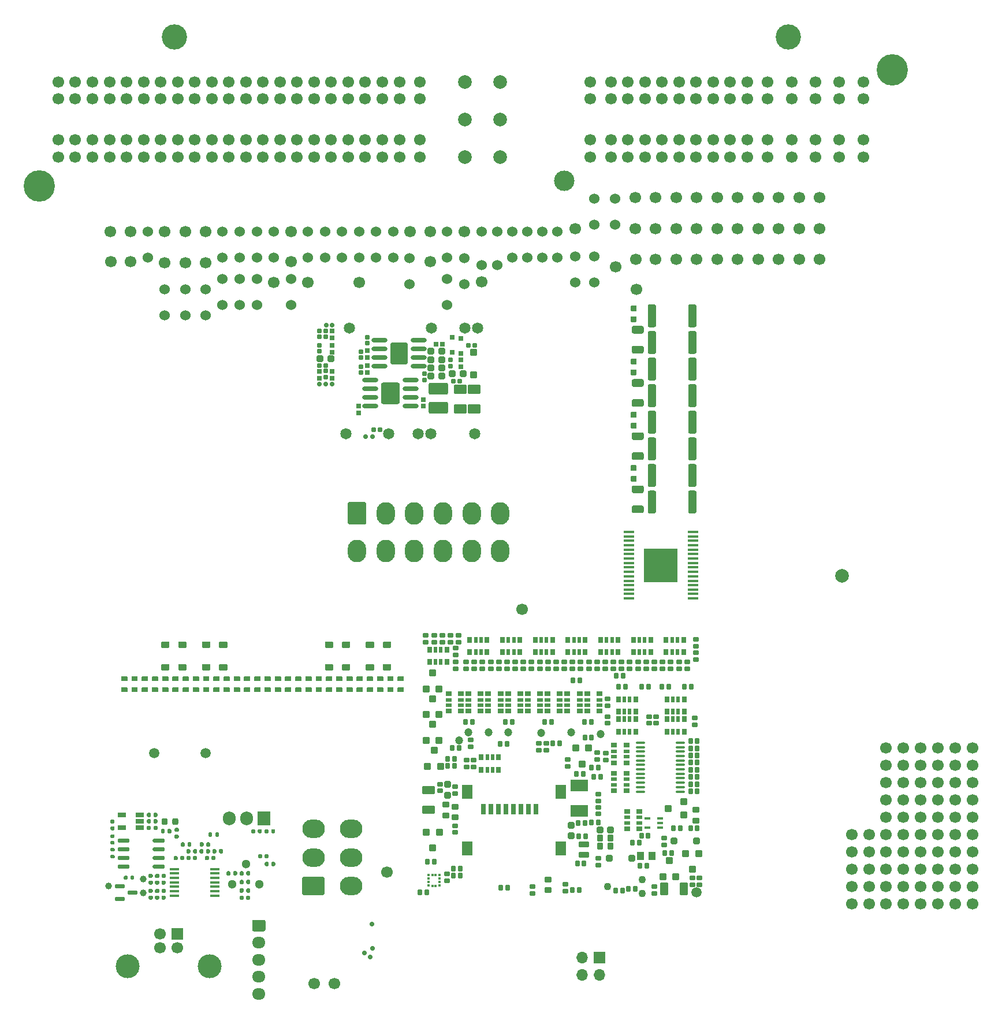
<source format=gbs>
G75*
G70*
%OFA0B0*%
%FSLAX25Y25*%
%IPPOS*%
%LPD*%
%AMOC8*
5,1,8,0,0,1.08239X$1,22.5*
%
%AMM168*
21,1,0.039370,0.030320,-0.000000,-0.000000,270.000000*
21,1,0.028350,0.041340,-0.000000,-0.000000,270.000000*
1,1,0.011020,-0.015160,-0.014170*
1,1,0.011020,-0.015160,0.014170*
1,1,0.011020,0.015160,0.014170*
1,1,0.011020,0.015160,-0.014170*
%
%AMM174*
21,1,0.031500,0.018900,-0.000000,-0.000000,0.000000*
21,1,0.022840,0.027560,-0.000000,-0.000000,0.000000*
1,1,0.008660,0.011420,-0.009450*
1,1,0.008660,-0.011420,-0.009450*
1,1,0.008660,-0.011420,0.009450*
1,1,0.008660,0.011420,0.009450*
%
%AMM177*
21,1,0.029530,0.026380,-0.000000,-0.000000,270.000000*
21,1,0.020470,0.035430,-0.000000,-0.000000,270.000000*
1,1,0.009060,-0.013190,-0.010240*
1,1,0.009060,-0.013190,0.010240*
1,1,0.009060,0.013190,0.010240*
1,1,0.009060,0.013190,-0.010240*
%
%AMM178*
21,1,0.021650,0.027950,-0.000000,-0.000000,270.000000*
21,1,0.014170,0.035430,-0.000000,-0.000000,270.000000*
1,1,0.007480,-0.013980,-0.007090*
1,1,0.007480,-0.013980,0.007090*
1,1,0.007480,0.013980,0.007090*
1,1,0.007480,0.013980,-0.007090*
%
%AMM180*
21,1,0.016540,0.028980,-0.000000,-0.000000,270.000000*
21,1,0.010080,0.035430,-0.000000,-0.000000,270.000000*
1,1,0.006460,-0.014490,-0.005040*
1,1,0.006460,-0.014490,0.005040*
1,1,0.006460,0.014490,0.005040*
1,1,0.006460,0.014490,-0.005040*
%
%AMM183*
21,1,0.031500,0.018900,-0.000000,-0.000000,270.000000*
21,1,0.022840,0.027560,-0.000000,-0.000000,270.000000*
1,1,0.008660,-0.009450,-0.011420*
1,1,0.008660,-0.009450,0.011420*
1,1,0.008660,0.009450,0.011420*
1,1,0.008660,0.009450,-0.011420*
%
%AMM197*
21,1,0.037400,0.026770,-0.000000,-0.000000,0.000000*
21,1,0.026770,0.037400,-0.000000,-0.000000,0.000000*
1,1,0.010630,0.013390,-0.013390*
1,1,0.010630,-0.013390,-0.013390*
1,1,0.010630,-0.013390,0.013390*
1,1,0.010630,0.013390,0.013390*
%
%AMM198*
21,1,0.039370,0.030320,-0.000000,-0.000000,0.000000*
21,1,0.028350,0.041340,-0.000000,-0.000000,0.000000*
1,1,0.011020,0.014170,-0.015160*
1,1,0.011020,-0.014170,-0.015160*
1,1,0.011020,-0.014170,0.015160*
1,1,0.011020,0.014170,0.015160*
%
%AMM199*
21,1,0.039760,0.026770,-0.000000,-0.000000,180.000000*
21,1,0.029130,0.037400,-0.000000,-0.000000,180.000000*
1,1,0.010630,-0.014570,0.013390*
1,1,0.010630,0.014570,0.013390*
1,1,0.010630,0.014570,-0.013390*
1,1,0.010630,-0.014570,-0.013390*
%
%AMM200*
21,1,0.074800,0.036220,-0.000000,-0.000000,180.000000*
21,1,0.061810,0.049210,-0.000000,-0.000000,180.000000*
1,1,0.012990,-0.030910,0.018110*
1,1,0.012990,0.030910,0.018110*
1,1,0.012990,0.030910,-0.018110*
1,1,0.012990,-0.030910,-0.018110*
%
%AMM201*
21,1,0.062990,0.020470,-0.000000,-0.000000,270.000000*
21,1,0.053940,0.029530,-0.000000,-0.000000,270.000000*
1,1,0.009060,-0.010240,-0.026970*
1,1,0.009060,-0.010240,0.026970*
1,1,0.009060,0.010240,0.026970*
1,1,0.009060,0.010240,-0.026970*
%
%AMM202*
21,1,0.082680,0.045670,-0.000000,-0.000000,270.000000*
21,1,0.067320,0.061020,-0.000000,-0.000000,270.000000*
1,1,0.015350,-0.022840,-0.033660*
1,1,0.015350,-0.022840,0.033660*
1,1,0.015350,0.022840,0.033660*
1,1,0.015350,0.022840,-0.033660*
%
%AMM203*
21,1,0.029530,0.026380,-0.000000,-0.000000,180.000000*
21,1,0.020470,0.035430,-0.000000,-0.000000,180.000000*
1,1,0.009060,-0.010240,0.013190*
1,1,0.009060,0.010240,0.013190*
1,1,0.009060,0.010240,-0.013190*
1,1,0.009060,-0.010240,-0.013190*
%
%AMM204*
21,1,0.021650,0.027950,-0.000000,-0.000000,180.000000*
21,1,0.014170,0.035430,-0.000000,-0.000000,180.000000*
1,1,0.007480,-0.007090,0.013980*
1,1,0.007480,0.007090,0.013980*
1,1,0.007480,0.007090,-0.013980*
1,1,0.007480,-0.007090,-0.013980*
%
%AMM205*
21,1,0.031500,0.030710,-0.000000,-0.000000,270.000000*
21,1,0.022050,0.040160,-0.000000,-0.000000,270.000000*
1,1,0.009450,-0.015350,-0.011020*
1,1,0.009450,-0.015350,0.011020*
1,1,0.009450,0.015350,0.011020*
1,1,0.009450,0.015350,-0.011020*
%
%AMM206*
21,1,0.031500,0.049610,-0.000000,-0.000000,90.000000*
21,1,0.022050,0.059060,-0.000000,-0.000000,90.000000*
1,1,0.009450,0.024800,0.011020*
1,1,0.009450,0.024800,-0.011020*
1,1,0.009450,-0.024800,-0.011020*
1,1,0.009450,-0.024800,0.011020*
%
%AMM207*
21,1,0.031500,0.030710,-0.000000,-0.000000,180.000000*
21,1,0.022050,0.040160,-0.000000,-0.000000,180.000000*
1,1,0.009450,-0.011020,0.015350*
1,1,0.009450,0.011020,0.015350*
1,1,0.009450,0.011020,-0.015350*
1,1,0.009450,-0.011020,-0.015350*
%
%AMM208*
21,1,0.074800,0.036220,-0.000000,-0.000000,270.000000*
21,1,0.061810,0.049210,-0.000000,-0.000000,270.000000*
1,1,0.012990,-0.018110,-0.030910*
1,1,0.012990,-0.018110,0.030910*
1,1,0.012990,0.018110,0.030910*
1,1,0.012990,0.018110,-0.030910*
%
%AMM209*
21,1,0.037400,0.026770,-0.000000,-0.000000,90.000000*
21,1,0.026770,0.037400,-0.000000,-0.000000,90.000000*
1,1,0.010630,0.013390,0.013390*
1,1,0.010630,0.013390,-0.013390*
1,1,0.010630,-0.013390,-0.013390*
1,1,0.010630,-0.013390,0.013390*
%
%AMM293*
21,1,0.041340,0.026770,0.000000,-0.000000,270.000000*
21,1,0.029130,0.038980,0.000000,-0.000000,270.000000*
1,1,0.012210,-0.013390,-0.014570*
1,1,0.012210,-0.013390,0.014570*
1,1,0.012210,0.013390,0.014570*
1,1,0.012210,0.013390,-0.014570*
%
%AMM294*
21,1,0.076380,0.036220,0.000000,-0.000000,0.000000*
21,1,0.061810,0.050790,0.000000,-0.000000,0.000000*
1,1,0.014570,0.030910,-0.018110*
1,1,0.014570,-0.030910,-0.018110*
1,1,0.014570,-0.030910,0.018110*
1,1,0.014570,0.030910,0.018110*
%
%AMM297*
21,1,0.029130,0.018900,0.000000,-0.000000,0.000000*
21,1,0.018900,0.029130,0.000000,-0.000000,0.000000*
1,1,0.010240,0.009450,-0.009450*
1,1,0.010240,-0.009450,-0.009450*
1,1,0.010240,-0.009450,0.009450*
1,1,0.010240,0.009450,0.009450*
%
%AMM298*
21,1,0.025200,0.019680,0.000000,-0.000000,270.000000*
21,1,0.015750,0.029130,0.000000,-0.000000,270.000000*
1,1,0.009450,-0.009840,-0.007870*
1,1,0.009450,-0.009840,0.007870*
1,1,0.009450,0.009840,0.007870*
1,1,0.009450,0.009840,-0.007870*
%
%AMM299*
21,1,0.025200,0.019680,0.000000,-0.000000,180.000000*
21,1,0.015750,0.029130,0.000000,-0.000000,180.000000*
1,1,0.009450,-0.007870,0.009840*
1,1,0.009450,0.007870,0.009840*
1,1,0.009450,0.007870,-0.009840*
1,1,0.009450,-0.007870,-0.009840*
%
%AMM305*
21,1,0.111810,0.050390,0.000000,-0.000000,0.000000*
21,1,0.093700,0.068500,0.000000,-0.000000,0.000000*
1,1,0.018110,0.046850,-0.025200*
1,1,0.018110,-0.046850,-0.025200*
1,1,0.018110,-0.046850,0.025200*
1,1,0.018110,0.046850,0.025200*
%
%AMM306*
21,1,0.038980,0.026770,0.000000,-0.000000,180.000000*
21,1,0.026770,0.038980,0.000000,-0.000000,180.000000*
1,1,0.012210,-0.013390,0.013390*
1,1,0.012210,0.013390,0.013390*
1,1,0.012210,0.013390,-0.013390*
1,1,0.012210,-0.013390,-0.013390*
%
%AMM307*
21,1,0.029130,0.018900,0.000000,-0.000000,90.000000*
21,1,0.018900,0.029130,0.000000,-0.000000,90.000000*
1,1,0.010240,0.009450,0.009450*
1,1,0.010240,0.009450,-0.009450*
1,1,0.010240,-0.009450,-0.009450*
1,1,0.010240,-0.009450,0.009450*
%
%AMM308*
21,1,0.127560,0.075590,0.000000,-0.000000,90.000000*
21,1,0.103150,0.100000,0.000000,-0.000000,90.000000*
1,1,0.024410,0.037800,0.051580*
1,1,0.024410,0.037800,-0.051580*
1,1,0.024410,-0.037800,-0.051580*
1,1,0.024410,-0.037800,0.051580*
%
%AMM309*
21,1,0.123620,0.083460,0.000000,-0.000000,270.000000*
21,1,0.097240,0.109840,0.000000,-0.000000,270.000000*
1,1,0.026380,-0.041730,-0.048620*
1,1,0.026380,-0.041730,0.048620*
1,1,0.026380,0.041730,0.048620*
1,1,0.026380,0.041730,-0.048620*
%
%ADD11C,0.06693*%
%ADD115C,0.03900*%
%ADD12O,0.07677X0.06693*%
%ADD13C,0.06000*%
%ADD14C,0.07874*%
%ADD143C,0.04294*%
%ADD144C,0.04724*%
%ADD15R,0.06693X0.06693*%
%ADD16C,0.13780*%
%ADD17C,0.02362*%
%ADD170R,0.04331X0.04724*%
%ADD174R,0.09843X0.07087*%
%ADD182O,0.05354X0.01378*%
%ADD183R,0.01378X0.01772*%
%ADD184R,0.01772X0.01378*%
%ADD217C,0.02913*%
%ADD218C,0.06457*%
%ADD238R,0.19500X0.19500*%
%ADD244C,0.05118*%
%ADD247R,0.07500X0.07874*%
%ADD248O,0.07500X0.07874*%
%ADD250R,0.05709X0.01772*%
%ADD251R,0.04803X0.02559*%
%ADD27C,0.11811*%
%ADD35O,0.12992X0.10630*%
%ADD357M168*%
%ADD363M174*%
%ADD366M177*%
%ADD367M178*%
%ADD369M180*%
%ADD372M183*%
%ADD386M197*%
%ADD387M198*%
%ADD388M199*%
%ADD389M200*%
%ADD390M201*%
%ADD391M202*%
%ADD392M203*%
%ADD393M204*%
%ADD394M205*%
%ADD395M206*%
%ADD396M207*%
%ADD397M208*%
%ADD398M209*%
%ADD431O,0.09213X0.02520*%
%ADD47O,0.06693X0.06693*%
%ADD48C,0.05906*%
%ADD485M293*%
%ADD486M294*%
%ADD489M297*%
%ADD490M298*%
%ADD491M299*%
%ADD497M305*%
%ADD498M306*%
%ADD499M307*%
%ADD500M308*%
%ADD501M309*%
%ADD502R,0.06300X0.01700*%
%ADD60O,0.10630X0.12992*%
%ADD74C,0.18110*%
%ADD75C,0.14567*%
X0000000Y0000000D02*
%LPD*%
G01*
D11*
X0411417Y0505906D03*
G36*
G01*
X0191240Y0089173D02*
X0196949Y0089173D01*
G75*
G02*
X0197933Y0088189I0000000J-000984D01*
G01*
X0197933Y0083465D01*
G75*
G02*
X0196949Y0082480I-000984J0000000D01*
G01*
X0191240Y0082480D01*
G75*
G02*
X0190256Y0083465I0000000J0000984D01*
G01*
X0190256Y0088189D01*
G75*
G02*
X0191240Y0089173I0000984J0000000D01*
G01*
G37*
D12*
X0194094Y0075984D03*
X0194094Y0066142D03*
X0194094Y0056299D03*
X0194094Y0046457D03*
D11*
X0505906Y0470472D03*
X0446850Y0488189D03*
D13*
X0331890Y0486220D03*
X0331890Y0466929D03*
D11*
X0268110Y0116535D03*
X0482283Y0505906D03*
X0596089Y0098208D03*
X0596089Y0108208D03*
X0596089Y0118208D03*
X0596089Y0128208D03*
X0596089Y0138208D03*
X0606089Y0098208D03*
X0606089Y0108208D03*
X0606089Y0118208D03*
X0606089Y0128208D03*
X0606089Y0138208D03*
X0312598Y0486240D03*
D74*
X0067569Y0512795D03*
D75*
X0145325Y0598819D03*
D27*
X0370522Y0515748D03*
D75*
X0499656Y0598819D03*
D74*
X0559695Y0579724D03*
D11*
X0542963Y0572835D03*
X0529183Y0572835D03*
X0515404Y0572835D03*
X0501624Y0572835D03*
X0487844Y0572835D03*
X0476033Y0572835D03*
X0466191Y0572835D03*
X0456348Y0572835D03*
X0446506Y0572835D03*
X0436663Y0572835D03*
X0426821Y0572835D03*
X0416978Y0572835D03*
X0407136Y0572835D03*
X0397293Y0572835D03*
X0385482Y0572835D03*
X0542963Y0562992D03*
X0529183Y0562992D03*
X0515404Y0562992D03*
X0501624Y0562992D03*
X0487844Y0562992D03*
X0476033Y0562992D03*
X0466191Y0562992D03*
X0456348Y0562992D03*
X0446506Y0562992D03*
X0436663Y0562992D03*
X0426821Y0562992D03*
X0416978Y0562992D03*
X0407136Y0562992D03*
X0397293Y0562992D03*
X0385482Y0562992D03*
X0542963Y0539370D03*
X0529183Y0539370D03*
X0515404Y0539370D03*
X0501624Y0539370D03*
X0487844Y0539370D03*
X0476033Y0539370D03*
X0466191Y0539370D03*
X0456348Y0539370D03*
X0446506Y0539370D03*
X0436663Y0539370D03*
X0426821Y0539370D03*
X0416978Y0539370D03*
X0407136Y0539370D03*
X0397293Y0539370D03*
X0385482Y0539370D03*
X0542963Y0529528D03*
X0529183Y0529528D03*
X0515404Y0529528D03*
X0501624Y0529528D03*
X0487844Y0529528D03*
X0476033Y0529528D03*
X0466191Y0529528D03*
X0456348Y0529528D03*
X0446506Y0529528D03*
X0436663Y0529528D03*
X0426821Y0529528D03*
X0416978Y0529528D03*
X0407136Y0529528D03*
X0397293Y0529528D03*
X0385482Y0529528D03*
D14*
X0333514Y0572835D03*
X0313041Y0572835D03*
X0333514Y0551181D03*
X0313041Y0551181D03*
X0333514Y0529528D03*
X0313041Y0529528D03*
D11*
X0287057Y0572835D03*
X0275246Y0572835D03*
X0265404Y0572835D03*
X0255561Y0572835D03*
X0245719Y0572835D03*
X0235876Y0572835D03*
X0226033Y0572835D03*
X0216191Y0572835D03*
X0206348Y0572835D03*
X0196506Y0572835D03*
X0186663Y0572835D03*
X0176821Y0572835D03*
X0166978Y0572835D03*
X0157136Y0572835D03*
X0147293Y0572835D03*
X0137451Y0572835D03*
X0127608Y0572835D03*
X0117766Y0572835D03*
X0107923Y0572835D03*
X0098081Y0572835D03*
X0088238Y0572835D03*
X0078396Y0572835D03*
X0287057Y0562992D03*
X0275246Y0562992D03*
X0265404Y0562992D03*
X0255561Y0562992D03*
X0245719Y0562992D03*
X0235876Y0562992D03*
X0226033Y0562992D03*
X0216191Y0562992D03*
X0206348Y0562992D03*
X0196506Y0562992D03*
X0186663Y0562992D03*
X0176821Y0562992D03*
X0166978Y0562992D03*
X0157136Y0562992D03*
X0147293Y0562992D03*
X0137451Y0562992D03*
X0127608Y0562992D03*
X0117766Y0562992D03*
X0107923Y0562992D03*
X0098081Y0562992D03*
X0088238Y0562992D03*
X0078396Y0562992D03*
X0287057Y0539370D03*
X0275246Y0539370D03*
X0265404Y0539370D03*
X0255561Y0539370D03*
X0245719Y0539370D03*
X0235876Y0539370D03*
X0226033Y0539370D03*
X0216191Y0539370D03*
X0206348Y0539370D03*
X0196506Y0539370D03*
X0186663Y0539370D03*
X0176821Y0539370D03*
X0166978Y0539370D03*
X0157136Y0539370D03*
X0147293Y0539370D03*
X0137451Y0539370D03*
X0127608Y0539370D03*
X0117766Y0539370D03*
X0107923Y0539370D03*
X0098081Y0539370D03*
X0088238Y0539370D03*
X0078396Y0539370D03*
X0287057Y0529528D03*
X0275246Y0529528D03*
X0265404Y0529528D03*
X0255561Y0529528D03*
X0245719Y0529528D03*
X0235876Y0529528D03*
X0226033Y0529528D03*
X0216191Y0529528D03*
X0206348Y0529528D03*
X0196506Y0529528D03*
X0186663Y0529528D03*
X0176821Y0529528D03*
X0166978Y0529528D03*
X0157136Y0529528D03*
X0147293Y0529528D03*
X0137451Y0529528D03*
X0127608Y0529528D03*
X0117766Y0529528D03*
X0107923Y0529528D03*
X0098081Y0529528D03*
X0088238Y0529528D03*
X0078396Y0529528D03*
D13*
X0163386Y0438169D03*
X0163386Y0453169D03*
D11*
X0458661Y0505906D03*
D13*
X0139764Y0438169D03*
X0139764Y0453169D03*
D11*
X0411811Y0470472D03*
X0237598Y0052461D03*
X0458661Y0488189D03*
X0322835Y0457480D03*
D13*
X0183071Y0471240D03*
X0183071Y0486240D03*
D11*
X0494094Y0488189D03*
D13*
X0212598Y0444075D03*
X0212598Y0459075D03*
D11*
X0470472Y0470472D03*
D15*
X0146998Y0081040D03*
D11*
X0137156Y0081040D03*
X0137156Y0073166D03*
X0146998Y0073166D03*
D16*
X0165778Y0062497D03*
X0118376Y0062497D03*
D11*
X0226181Y0052461D03*
X0555931Y0098208D03*
X0555931Y0108208D03*
X0555931Y0118208D03*
X0555931Y0128208D03*
X0555931Y0138208D03*
X0565931Y0098208D03*
X0565931Y0108208D03*
X0565931Y0118208D03*
X0565931Y0128208D03*
X0565931Y0138208D03*
X0108661Y0468898D03*
X0435039Y0488189D03*
X0505906Y0488189D03*
X0505906Y0505906D03*
D13*
X0302756Y0471240D03*
X0302756Y0486240D03*
D11*
X0470472Y0505906D03*
D13*
X0399606Y0490531D03*
X0399606Y0505531D03*
D11*
X0139764Y0468504D03*
X0576010Y0148208D03*
X0576010Y0158208D03*
X0576010Y0168208D03*
X0576010Y0178208D03*
X0576010Y0188208D03*
X0586010Y0148208D03*
X0586010Y0158208D03*
X0586010Y0168208D03*
X0586010Y0178208D03*
X0586010Y0188208D03*
X0222441Y0457087D03*
X0494094Y0470472D03*
X0120079Y0486220D03*
D13*
X0192913Y0444075D03*
X0192913Y0459075D03*
X0340551Y0471220D03*
X0340551Y0486220D03*
X0151575Y0438169D03*
X0151575Y0453169D03*
D11*
X0163386Y0486220D03*
G36*
G01*
X0231102Y0103346D02*
X0220079Y0103346D01*
G75*
G02*
X0219094Y0104331I0000000J0000984D01*
G01*
X0219094Y0112992D01*
G75*
G02*
X0220079Y0113976I0000984J0000000D01*
G01*
X0231102Y0113976D01*
G75*
G02*
X0232087Y0112992I0000000J-000984D01*
G01*
X0232087Y0104331D01*
G75*
G02*
X0231102Y0103346I-000984J0000000D01*
G01*
G37*
D35*
X0225591Y0125197D03*
X0225591Y0141732D03*
X0247244Y0108661D03*
X0247244Y0125197D03*
X0247244Y0141732D03*
D11*
X0446850Y0470472D03*
X0517717Y0505906D03*
X0555931Y0148208D03*
X0555931Y0158208D03*
X0555931Y0168208D03*
X0555931Y0178208D03*
X0555931Y0188208D03*
X0565931Y0148208D03*
X0565931Y0158208D03*
X0565931Y0168208D03*
X0565931Y0178208D03*
X0565931Y0188208D03*
X0576010Y0098208D03*
X0576010Y0108208D03*
X0576010Y0118208D03*
X0576010Y0128208D03*
X0576010Y0138208D03*
X0586010Y0098208D03*
X0586010Y0108208D03*
X0586010Y0118208D03*
X0586010Y0128208D03*
X0586010Y0138208D03*
X0163386Y0468504D03*
D15*
X0390846Y0067255D03*
D47*
X0390846Y0057255D03*
X0380846Y0067255D03*
X0380846Y0057255D03*
D13*
X0232283Y0471240D03*
X0232283Y0486240D03*
X0173228Y0444075D03*
X0173228Y0459075D03*
X0173228Y0471240D03*
X0173228Y0486240D03*
X0322835Y0486220D03*
X0322835Y0466929D03*
D11*
X0435039Y0470472D03*
D13*
X0376772Y0457067D03*
X0376772Y0472067D03*
D11*
X0423228Y0488189D03*
X0151575Y0468504D03*
D48*
X0318701Y0369783D03*
X0293504Y0369783D03*
X0286024Y0369783D03*
X0269094Y0369783D03*
D17*
X0259646Y0368012D03*
X0255709Y0368012D03*
D48*
X0244488Y0369783D03*
X0320472Y0430807D03*
X0313189Y0430807D03*
X0293701Y0430807D03*
X0246260Y0430807D03*
D11*
X0400000Y0466142D03*
X0517717Y0470472D03*
X0139764Y0486220D03*
D13*
X0192913Y0471240D03*
X0192913Y0486240D03*
X0222441Y0471240D03*
X0222441Y0486240D03*
X0357874Y0471220D03*
X0357874Y0486220D03*
D11*
X0151575Y0486220D03*
X0281496Y0486220D03*
X0482283Y0470472D03*
D48*
X0163385Y0185433D03*
X0133858Y0185433D03*
D13*
X0281102Y0455886D03*
X0281102Y0470886D03*
D11*
X0470472Y0488189D03*
G36*
G01*
X0245472Y0318307D02*
X0245472Y0329331D01*
G75*
G02*
X0246457Y0330315I0000984J0000000D01*
G01*
X0255118Y0330315D01*
G75*
G02*
X0256102Y0329331I0000000J-000984D01*
G01*
X0256102Y0318307D01*
G75*
G02*
X0255118Y0317323I-000984J0000000D01*
G01*
X0246457Y0317323D01*
G75*
G02*
X0245472Y0318307I0000000J0000984D01*
G01*
G37*
D60*
X0267323Y0323819D03*
X0283858Y0323819D03*
X0300394Y0323819D03*
X0316929Y0323819D03*
X0333465Y0323819D03*
X0250787Y0302165D03*
X0267323Y0302165D03*
X0283858Y0302165D03*
X0300394Y0302165D03*
X0316929Y0302165D03*
X0333465Y0302165D03*
D11*
X0423228Y0470472D03*
X0212598Y0468898D03*
X0202756Y0457087D03*
D13*
X0349213Y0471220D03*
X0349213Y0486220D03*
D11*
X0251969Y0457087D03*
D13*
X0312598Y0455886D03*
X0312598Y0470886D03*
X0183071Y0444075D03*
X0183071Y0459075D03*
X0387795Y0457067D03*
X0387795Y0472067D03*
D11*
X0376772Y0488189D03*
X0411417Y0488189D03*
X0423228Y0505906D03*
D13*
X0202756Y0471240D03*
X0202756Y0486240D03*
X0261811Y0471240D03*
X0261811Y0486240D03*
D11*
X0458661Y0470472D03*
X0517717Y0488189D03*
X0536271Y0098208D03*
X0536271Y0108208D03*
X0536271Y0118208D03*
X0536271Y0128208D03*
X0536271Y0138208D03*
X0546271Y0098208D03*
X0546271Y0108208D03*
X0546271Y0118208D03*
X0546271Y0128208D03*
X0546271Y0138208D03*
X0212598Y0486220D03*
X0412205Y0453150D03*
D17*
X0258563Y0067815D03*
X0255118Y0069882D03*
X0259744Y0072835D03*
X0259449Y0086811D03*
D11*
X0596089Y0148208D03*
X0596089Y0158208D03*
X0596089Y0168208D03*
X0596089Y0178208D03*
X0596089Y0188208D03*
X0606089Y0148208D03*
X0606089Y0158208D03*
X0606089Y0168208D03*
X0606089Y0178208D03*
X0606089Y0188208D03*
X0494094Y0505906D03*
D13*
X0271654Y0471240D03*
X0271654Y0486240D03*
D11*
X0108268Y0486220D03*
D17*
X0236516Y0398228D03*
X0232776Y0398228D03*
X0229035Y0398228D03*
X0232972Y0432480D03*
X0236516Y0432480D03*
D11*
X0120079Y0468898D03*
X0482283Y0488189D03*
D13*
X0129921Y0471220D03*
X0129921Y0486220D03*
D11*
X0292913Y0468898D03*
D13*
X0302756Y0444075D03*
X0302756Y0459075D03*
X0387795Y0490531D03*
X0387795Y0505531D03*
X0366535Y0471220D03*
X0366535Y0486220D03*
X0242126Y0471240D03*
X0242126Y0486240D03*
D11*
X0292913Y0486220D03*
X0346063Y0268504D03*
X0435039Y0505906D03*
X0446850Y0505906D03*
D13*
X0251969Y0471240D03*
X0251969Y0486240D03*
G36*
G01*
X0274429Y0229626D02*
X0277500Y0229626D01*
G75*
G02*
X0277776Y0229350I0000000J-000276D01*
G01*
X0277776Y0227146D01*
G75*
G02*
X0277500Y0226870I-000276J0000000D01*
G01*
X0274429Y0226870D01*
G75*
G02*
X0274154Y0227146I0000000J0000276D01*
G01*
X0274154Y0229350D01*
G75*
G02*
X0274429Y0229626I0000276J0000000D01*
G01*
G37*
G36*
G01*
X0274429Y0223327D02*
X0277500Y0223327D01*
G75*
G02*
X0277776Y0223051I0000000J-000276D01*
G01*
X0277776Y0220846D01*
G75*
G02*
X0277500Y0220571I-000276J0000000D01*
G01*
X0274429Y0220571D01*
G75*
G02*
X0274154Y0220846I0000000J0000276D01*
G01*
X0274154Y0223051D01*
G75*
G02*
X0274429Y0223327I0000276J0000000D01*
G01*
G37*
G36*
G01*
X0191752Y0229626D02*
X0194823Y0229626D01*
G75*
G02*
X0195098Y0229350I0000000J-000276D01*
G01*
X0195098Y0227146D01*
G75*
G02*
X0194823Y0226870I-000276J0000000D01*
G01*
X0191752Y0226870D01*
G75*
G02*
X0191476Y0227146I0000000J0000276D01*
G01*
X0191476Y0229350D01*
G75*
G02*
X0191752Y0229626I0000276J0000000D01*
G01*
G37*
G36*
G01*
X0191752Y0223327D02*
X0194823Y0223327D01*
G75*
G02*
X0195098Y0223051I0000000J-000276D01*
G01*
X0195098Y0220846D01*
G75*
G02*
X0194823Y0220571I-000276J0000000D01*
G01*
X0191752Y0220571D01*
G75*
G02*
X0191476Y0220846I0000000J0000276D01*
G01*
X0191476Y0223051D01*
G75*
G02*
X0191752Y0223327I0000276J0000000D01*
G01*
G37*
G36*
G01*
X0138583Y0229626D02*
X0141654Y0229626D01*
G75*
G02*
X0141929Y0229350I0000000J-000276D01*
G01*
X0141929Y0227146D01*
G75*
G02*
X0141654Y0226870I-000276J0000000D01*
G01*
X0138583Y0226870D01*
G75*
G02*
X0138307Y0227146I0000000J0000276D01*
G01*
X0138307Y0229350D01*
G75*
G02*
X0138583Y0229626I0000276J0000000D01*
G01*
G37*
G36*
G01*
X0138583Y0223327D02*
X0141654Y0223327D01*
G75*
G02*
X0141929Y0223051I0000000J-000276D01*
G01*
X0141929Y0220846D01*
G75*
G02*
X0141654Y0220571I-000276J0000000D01*
G01*
X0138583Y0220571D01*
G75*
G02*
X0138307Y0220846I0000000J0000276D01*
G01*
X0138307Y0223051D01*
G75*
G02*
X0138583Y0223327I0000276J0000000D01*
G01*
G37*
G36*
G01*
X0156299Y0229626D02*
X0159370Y0229626D01*
G75*
G02*
X0159646Y0229350I0000000J-000276D01*
G01*
X0159646Y0227146D01*
G75*
G02*
X0159370Y0226870I-000276J0000000D01*
G01*
X0156299Y0226870D01*
G75*
G02*
X0156024Y0227146I0000000J0000276D01*
G01*
X0156024Y0229350D01*
G75*
G02*
X0156299Y0229626I0000276J0000000D01*
G01*
G37*
G36*
G01*
X0156299Y0223327D02*
X0159370Y0223327D01*
G75*
G02*
X0159646Y0223051I0000000J-000276D01*
G01*
X0159646Y0220846D01*
G75*
G02*
X0159370Y0220571I-000276J0000000D01*
G01*
X0156299Y0220571D01*
G75*
G02*
X0156024Y0220846I0000000J0000276D01*
G01*
X0156024Y0223051D01*
G75*
G02*
X0156299Y0223327I0000276J0000000D01*
G01*
G37*
G36*
G01*
X0114961Y0229626D02*
X0118031Y0229626D01*
G75*
G02*
X0118307Y0229350I0000000J-000276D01*
G01*
X0118307Y0227146D01*
G75*
G02*
X0118031Y0226870I-000276J0000000D01*
G01*
X0114961Y0226870D01*
G75*
G02*
X0114685Y0227146I0000000J0000276D01*
G01*
X0114685Y0229350D01*
G75*
G02*
X0114961Y0229626I0000276J0000000D01*
G01*
G37*
G36*
G01*
X0114961Y0223327D02*
X0118031Y0223327D01*
G75*
G02*
X0118307Y0223051I0000000J-000276D01*
G01*
X0118307Y0220846D01*
G75*
G02*
X0118031Y0220571I-000276J0000000D01*
G01*
X0114961Y0220571D01*
G75*
G02*
X0114685Y0220846I0000000J0000276D01*
G01*
X0114685Y0223051D01*
G75*
G02*
X0114961Y0223327I0000276J0000000D01*
G01*
G37*
G36*
G01*
X0203563Y0229626D02*
X0206634Y0229626D01*
G75*
G02*
X0206909Y0229350I0000000J-000276D01*
G01*
X0206909Y0227146D01*
G75*
G02*
X0206634Y0226870I-000276J0000000D01*
G01*
X0203563Y0226870D01*
G75*
G02*
X0203287Y0227146I0000000J0000276D01*
G01*
X0203287Y0229350D01*
G75*
G02*
X0203563Y0229626I0000276J0000000D01*
G01*
G37*
G36*
G01*
X0203563Y0223327D02*
X0206634Y0223327D01*
G75*
G02*
X0206909Y0223051I0000000J-000276D01*
G01*
X0206909Y0220846D01*
G75*
G02*
X0206634Y0220571I-000276J0000000D01*
G01*
X0203563Y0220571D01*
G75*
G02*
X0203287Y0220846I0000000J0000276D01*
G01*
X0203287Y0223051D01*
G75*
G02*
X0203563Y0223327I0000276J0000000D01*
G01*
G37*
G36*
G01*
X0236634Y0233169D02*
X0232618Y0233169D01*
G75*
G02*
X0232264Y0233524I0000000J0000354D01*
G01*
X0232264Y0236358D01*
G75*
G02*
X0232618Y0236713I0000354J0000000D01*
G01*
X0236634Y0236713D01*
G75*
G02*
X0236988Y0236358I0000000J-000354D01*
G01*
X0236988Y0233524D01*
G75*
G02*
X0236634Y0233169I-000354J0000000D01*
G01*
G37*
G36*
G01*
X0236634Y0246161D02*
X0232618Y0246161D01*
G75*
G02*
X0232264Y0246516I0000000J0000354D01*
G01*
X0232264Y0249350D01*
G75*
G02*
X0232618Y0249705I0000354J0000000D01*
G01*
X0236634Y0249705D01*
G75*
G02*
X0236988Y0249350I0000000J-000354D01*
G01*
X0236988Y0246516D01*
G75*
G02*
X0236634Y0246161I-000354J0000000D01*
G01*
G37*
G36*
G01*
X0262618Y0229626D02*
X0265689Y0229626D01*
G75*
G02*
X0265965Y0229350I0000000J-000276D01*
G01*
X0265965Y0227146D01*
G75*
G02*
X0265689Y0226870I-000276J0000000D01*
G01*
X0262618Y0226870D01*
G75*
G02*
X0262343Y0227146I0000000J0000276D01*
G01*
X0262343Y0229350D01*
G75*
G02*
X0262618Y0229626I0000276J0000000D01*
G01*
G37*
G36*
G01*
X0262618Y0223327D02*
X0265689Y0223327D01*
G75*
G02*
X0265965Y0223051I0000000J-000276D01*
G01*
X0265965Y0220846D01*
G75*
G02*
X0265689Y0220571I-000276J0000000D01*
G01*
X0262618Y0220571D01*
G75*
G02*
X0262343Y0220846I0000000J0000276D01*
G01*
X0262343Y0223051D01*
G75*
G02*
X0262618Y0223327I0000276J0000000D01*
G01*
G37*
D14*
X0530709Y0287795D03*
G36*
G01*
X0238996Y0229626D02*
X0242067Y0229626D01*
G75*
G02*
X0242343Y0229350I0000000J-000276D01*
G01*
X0242343Y0227146D01*
G75*
G02*
X0242067Y0226870I-000276J0000000D01*
G01*
X0238996Y0226870D01*
G75*
G02*
X0238720Y0227146I0000000J0000276D01*
G01*
X0238720Y0229350D01*
G75*
G02*
X0238996Y0229626I0000276J0000000D01*
G01*
G37*
G36*
G01*
X0238996Y0223327D02*
X0242067Y0223327D01*
G75*
G02*
X0242343Y0223051I0000000J-000276D01*
G01*
X0242343Y0220846D01*
G75*
G02*
X0242067Y0220571I-000276J0000000D01*
G01*
X0238996Y0220571D01*
G75*
G02*
X0238720Y0220846I0000000J0000276D01*
G01*
X0238720Y0223051D01*
G75*
G02*
X0238996Y0223327I0000276J0000000D01*
G01*
G37*
G36*
G01*
X0246476Y0233169D02*
X0242461Y0233169D01*
G75*
G02*
X0242106Y0233524I0000000J0000354D01*
G01*
X0242106Y0236358D01*
G75*
G02*
X0242461Y0236713I0000354J0000000D01*
G01*
X0246476Y0236713D01*
G75*
G02*
X0246831Y0236358I0000000J-000354D01*
G01*
X0246831Y0233524D01*
G75*
G02*
X0246476Y0233169I-000354J0000000D01*
G01*
G37*
G36*
G01*
X0246476Y0246161D02*
X0242461Y0246161D01*
G75*
G02*
X0242106Y0246516I0000000J0000354D01*
G01*
X0242106Y0249350D01*
G75*
G02*
X0242461Y0249705I0000354J0000000D01*
G01*
X0246476Y0249705D01*
G75*
G02*
X0246831Y0249350I0000000J-000354D01*
G01*
X0246831Y0246516D01*
G75*
G02*
X0246476Y0246161I-000354J0000000D01*
G01*
G37*
G36*
G01*
X0150394Y0229626D02*
X0153465Y0229626D01*
G75*
G02*
X0153740Y0229350I0000000J-000276D01*
G01*
X0153740Y0227146D01*
G75*
G02*
X0153465Y0226870I-000276J0000000D01*
G01*
X0150394Y0226870D01*
G75*
G02*
X0150118Y0227146I0000000J0000276D01*
G01*
X0150118Y0229350D01*
G75*
G02*
X0150394Y0229626I0000276J0000000D01*
G01*
G37*
G36*
G01*
X0150394Y0223327D02*
X0153465Y0223327D01*
G75*
G02*
X0153740Y0223051I0000000J-000276D01*
G01*
X0153740Y0220846D01*
G75*
G02*
X0153465Y0220571I-000276J0000000D01*
G01*
X0150394Y0220571D01*
G75*
G02*
X0150118Y0220846I0000000J0000276D01*
G01*
X0150118Y0223051D01*
G75*
G02*
X0150394Y0223327I0000276J0000000D01*
G01*
G37*
G36*
G01*
X0227185Y0229626D02*
X0230256Y0229626D01*
G75*
G02*
X0230531Y0229350I0000000J-000276D01*
G01*
X0230531Y0227146D01*
G75*
G02*
X0230256Y0226870I-000276J0000000D01*
G01*
X0227185Y0226870D01*
G75*
G02*
X0226909Y0227146I0000000J0000276D01*
G01*
X0226909Y0229350D01*
G75*
G02*
X0227185Y0229626I0000276J0000000D01*
G01*
G37*
G36*
G01*
X0227185Y0223327D02*
X0230256Y0223327D01*
G75*
G02*
X0230531Y0223051I0000000J-000276D01*
G01*
X0230531Y0220846D01*
G75*
G02*
X0230256Y0220571I-000276J0000000D01*
G01*
X0227185Y0220571D01*
G75*
G02*
X0226909Y0220846I0000000J0000276D01*
G01*
X0226909Y0223051D01*
G75*
G02*
X0227185Y0223327I0000276J0000000D01*
G01*
G37*
G36*
G01*
X0165748Y0233169D02*
X0161732Y0233169D01*
G75*
G02*
X0161378Y0233524I0000000J0000354D01*
G01*
X0161378Y0236358D01*
G75*
G02*
X0161732Y0236713I0000354J0000000D01*
G01*
X0165748Y0236713D01*
G75*
G02*
X0166102Y0236358I0000000J-000354D01*
G01*
X0166102Y0233524D01*
G75*
G02*
X0165748Y0233169I-000354J0000000D01*
G01*
G37*
G36*
G01*
X0165748Y0246161D02*
X0161732Y0246161D01*
G75*
G02*
X0161378Y0246516I0000000J0000354D01*
G01*
X0161378Y0249350D01*
G75*
G02*
X0161732Y0249705I0000354J0000000D01*
G01*
X0165748Y0249705D01*
G75*
G02*
X0166102Y0249350I0000000J-000354D01*
G01*
X0166102Y0246516D01*
G75*
G02*
X0165748Y0246161I-000354J0000000D01*
G01*
G37*
G36*
G01*
X0244902Y0229626D02*
X0247972Y0229626D01*
G75*
G02*
X0248248Y0229350I0000000J-000276D01*
G01*
X0248248Y0227146D01*
G75*
G02*
X0247972Y0226870I-000276J0000000D01*
G01*
X0244902Y0226870D01*
G75*
G02*
X0244626Y0227146I0000000J0000276D01*
G01*
X0244626Y0229350D01*
G75*
G02*
X0244902Y0229626I0000276J0000000D01*
G01*
G37*
G36*
G01*
X0244902Y0223327D02*
X0247972Y0223327D01*
G75*
G02*
X0248248Y0223051I0000000J-000276D01*
G01*
X0248248Y0220846D01*
G75*
G02*
X0247972Y0220571I-000276J0000000D01*
G01*
X0244902Y0220571D01*
G75*
G02*
X0244626Y0220846I0000000J0000276D01*
G01*
X0244626Y0223051D01*
G75*
G02*
X0244902Y0223327I0000276J0000000D01*
G01*
G37*
G36*
G01*
X0132677Y0229626D02*
X0135748Y0229626D01*
G75*
G02*
X0136024Y0229350I0000000J-000276D01*
G01*
X0136024Y0227146D01*
G75*
G02*
X0135748Y0226870I-000276J0000000D01*
G01*
X0132677Y0226870D01*
G75*
G02*
X0132402Y0227146I0000000J0000276D01*
G01*
X0132402Y0229350D01*
G75*
G02*
X0132677Y0229626I0000276J0000000D01*
G01*
G37*
G36*
G01*
X0132677Y0223327D02*
X0135748Y0223327D01*
G75*
G02*
X0136024Y0223051I0000000J-000276D01*
G01*
X0136024Y0220846D01*
G75*
G02*
X0135748Y0220571I-000276J0000000D01*
G01*
X0132677Y0220571D01*
G75*
G02*
X0132402Y0220846I0000000J0000276D01*
G01*
X0132402Y0223051D01*
G75*
G02*
X0132677Y0223327I0000276J0000000D01*
G01*
G37*
G36*
G01*
X0151969Y0233169D02*
X0147953Y0233169D01*
G75*
G02*
X0147598Y0233524I0000000J0000354D01*
G01*
X0147598Y0236358D01*
G75*
G02*
X0147953Y0236713I0000354J0000000D01*
G01*
X0151969Y0236713D01*
G75*
G02*
X0152323Y0236358I0000000J-000354D01*
G01*
X0152323Y0233524D01*
G75*
G02*
X0151969Y0233169I-000354J0000000D01*
G01*
G37*
G36*
G01*
X0151969Y0246161D02*
X0147953Y0246161D01*
G75*
G02*
X0147598Y0246516I0000000J0000354D01*
G01*
X0147598Y0249350D01*
G75*
G02*
X0147953Y0249705I0000354J0000000D01*
G01*
X0151969Y0249705D01*
G75*
G02*
X0152323Y0249350I0000000J-000354D01*
G01*
X0152323Y0246516D01*
G75*
G02*
X0151969Y0246161I-000354J0000000D01*
G01*
G37*
G36*
G01*
X0209469Y0229626D02*
X0212539Y0229626D01*
G75*
G02*
X0212815Y0229350I0000000J-000276D01*
G01*
X0212815Y0227146D01*
G75*
G02*
X0212539Y0226870I-000276J0000000D01*
G01*
X0209469Y0226870D01*
G75*
G02*
X0209193Y0227146I0000000J0000276D01*
G01*
X0209193Y0229350D01*
G75*
G02*
X0209469Y0229626I0000276J0000000D01*
G01*
G37*
G36*
G01*
X0209469Y0223327D02*
X0212539Y0223327D01*
G75*
G02*
X0212815Y0223051I0000000J-000276D01*
G01*
X0212815Y0220846D01*
G75*
G02*
X0212539Y0220571I-000276J0000000D01*
G01*
X0209469Y0220571D01*
G75*
G02*
X0209193Y0220846I0000000J0000276D01*
G01*
X0209193Y0223051D01*
G75*
G02*
X0209469Y0223327I0000276J0000000D01*
G01*
G37*
G36*
G01*
X0268524Y0229626D02*
X0271594Y0229626D01*
G75*
G02*
X0271870Y0229350I0000000J-000276D01*
G01*
X0271870Y0227146D01*
G75*
G02*
X0271594Y0226870I-000276J0000000D01*
G01*
X0268524Y0226870D01*
G75*
G02*
X0268248Y0227146I0000000J0000276D01*
G01*
X0268248Y0229350D01*
G75*
G02*
X0268524Y0229626I0000276J0000000D01*
G01*
G37*
G36*
G01*
X0268524Y0223327D02*
X0271594Y0223327D01*
G75*
G02*
X0271870Y0223051I0000000J-000276D01*
G01*
X0271870Y0220846D01*
G75*
G02*
X0271594Y0220571I-000276J0000000D01*
G01*
X0268524Y0220571D01*
G75*
G02*
X0268248Y0220846I0000000J0000276D01*
G01*
X0268248Y0223051D01*
G75*
G02*
X0268524Y0223327I0000276J0000000D01*
G01*
G37*
G36*
G01*
X0179921Y0229626D02*
X0182992Y0229626D01*
G75*
G02*
X0183268Y0229350I0000000J-000276D01*
G01*
X0183268Y0227146D01*
G75*
G02*
X0182992Y0226870I-000276J0000000D01*
G01*
X0179921Y0226870D01*
G75*
G02*
X0179646Y0227146I0000000J0000276D01*
G01*
X0179646Y0229350D01*
G75*
G02*
X0179921Y0229626I0000276J0000000D01*
G01*
G37*
G36*
G01*
X0179921Y0223327D02*
X0182992Y0223327D01*
G75*
G02*
X0183268Y0223051I0000000J-000276D01*
G01*
X0183268Y0220846D01*
G75*
G02*
X0182992Y0220571I-000276J0000000D01*
G01*
X0179921Y0220571D01*
G75*
G02*
X0179646Y0220846I0000000J0000276D01*
G01*
X0179646Y0223051D01*
G75*
G02*
X0179921Y0223327I0000276J0000000D01*
G01*
G37*
G36*
G01*
X0260256Y0233169D02*
X0256240Y0233169D01*
G75*
G02*
X0255886Y0233524I0000000J0000354D01*
G01*
X0255886Y0236358D01*
G75*
G02*
X0256240Y0236713I0000354J0000000D01*
G01*
X0260256Y0236713D01*
G75*
G02*
X0260610Y0236358I0000000J-000354D01*
G01*
X0260610Y0233524D01*
G75*
G02*
X0260256Y0233169I-000354J0000000D01*
G01*
G37*
G36*
G01*
X0260256Y0246161D02*
X0256240Y0246161D01*
G75*
G02*
X0255886Y0246516I0000000J0000354D01*
G01*
X0255886Y0249350D01*
G75*
G02*
X0256240Y0249705I0000354J0000000D01*
G01*
X0260256Y0249705D01*
G75*
G02*
X0260610Y0249350I0000000J-000354D01*
G01*
X0260610Y0246516D01*
G75*
G02*
X0260256Y0246161I-000354J0000000D01*
G01*
G37*
G36*
G01*
X0142126Y0233169D02*
X0138110Y0233169D01*
G75*
G02*
X0137756Y0233524I0000000J0000354D01*
G01*
X0137756Y0236358D01*
G75*
G02*
X0138110Y0236713I0000354J0000000D01*
G01*
X0142126Y0236713D01*
G75*
G02*
X0142480Y0236358I0000000J-000354D01*
G01*
X0142480Y0233524D01*
G75*
G02*
X0142126Y0233169I-000354J0000000D01*
G01*
G37*
G36*
G01*
X0142126Y0246161D02*
X0138110Y0246161D01*
G75*
G02*
X0137756Y0246516I0000000J0000354D01*
G01*
X0137756Y0249350D01*
G75*
G02*
X0138110Y0249705I0000354J0000000D01*
G01*
X0142126Y0249705D01*
G75*
G02*
X0142480Y0249350I0000000J-000354D01*
G01*
X0142480Y0246516D01*
G75*
G02*
X0142126Y0246161I-000354J0000000D01*
G01*
G37*
G36*
G01*
X0144488Y0229626D02*
X0147559Y0229626D01*
G75*
G02*
X0147835Y0229350I0000000J-000276D01*
G01*
X0147835Y0227146D01*
G75*
G02*
X0147559Y0226870I-000276J0000000D01*
G01*
X0144488Y0226870D01*
G75*
G02*
X0144213Y0227146I0000000J0000276D01*
G01*
X0144213Y0229350D01*
G75*
G02*
X0144488Y0229626I0000276J0000000D01*
G01*
G37*
G36*
G01*
X0144488Y0223327D02*
X0147559Y0223327D01*
G75*
G02*
X0147835Y0223051I0000000J-000276D01*
G01*
X0147835Y0220846D01*
G75*
G02*
X0147559Y0220571I-000276J0000000D01*
G01*
X0144488Y0220571D01*
G75*
G02*
X0144213Y0220846I0000000J0000276D01*
G01*
X0144213Y0223051D01*
G75*
G02*
X0144488Y0223327I0000276J0000000D01*
G01*
G37*
G36*
G01*
X0174016Y0229626D02*
X0177087Y0229626D01*
G75*
G02*
X0177362Y0229350I0000000J-000276D01*
G01*
X0177362Y0227146D01*
G75*
G02*
X0177087Y0226870I-000276J0000000D01*
G01*
X0174016Y0226870D01*
G75*
G02*
X0173740Y0227146I0000000J0000276D01*
G01*
X0173740Y0229350D01*
G75*
G02*
X0174016Y0229626I0000276J0000000D01*
G01*
G37*
G36*
G01*
X0174016Y0223327D02*
X0177087Y0223327D01*
G75*
G02*
X0177362Y0223051I0000000J-000276D01*
G01*
X0177362Y0220846D01*
G75*
G02*
X0177087Y0220571I-000276J0000000D01*
G01*
X0174016Y0220571D01*
G75*
G02*
X0173740Y0220846I0000000J0000276D01*
G01*
X0173740Y0223051D01*
G75*
G02*
X0174016Y0223327I0000276J0000000D01*
G01*
G37*
G36*
G01*
X0168110Y0229626D02*
X0171181Y0229626D01*
G75*
G02*
X0171457Y0229350I0000000J-000276D01*
G01*
X0171457Y0227146D01*
G75*
G02*
X0171181Y0226870I-000276J0000000D01*
G01*
X0168110Y0226870D01*
G75*
G02*
X0167835Y0227146I0000000J0000276D01*
G01*
X0167835Y0229350D01*
G75*
G02*
X0168110Y0229626I0000276J0000000D01*
G01*
G37*
G36*
G01*
X0168110Y0223327D02*
X0171181Y0223327D01*
G75*
G02*
X0171457Y0223051I0000000J-000276D01*
G01*
X0171457Y0220846D01*
G75*
G02*
X0171181Y0220571I-000276J0000000D01*
G01*
X0168110Y0220571D01*
G75*
G02*
X0167835Y0220846I0000000J0000276D01*
G01*
X0167835Y0223051D01*
G75*
G02*
X0168110Y0223327I0000276J0000000D01*
G01*
G37*
G36*
G01*
X0215374Y0229626D02*
X0218445Y0229626D01*
G75*
G02*
X0218720Y0229350I0000000J-000276D01*
G01*
X0218720Y0227146D01*
G75*
G02*
X0218445Y0226870I-000276J0000000D01*
G01*
X0215374Y0226870D01*
G75*
G02*
X0215098Y0227146I0000000J0000276D01*
G01*
X0215098Y0229350D01*
G75*
G02*
X0215374Y0229626I0000276J0000000D01*
G01*
G37*
G36*
G01*
X0215374Y0223327D02*
X0218445Y0223327D01*
G75*
G02*
X0218720Y0223051I0000000J-000276D01*
G01*
X0218720Y0220846D01*
G75*
G02*
X0218445Y0220571I-000276J0000000D01*
G01*
X0215374Y0220571D01*
G75*
G02*
X0215098Y0220846I0000000J0000276D01*
G01*
X0215098Y0223051D01*
G75*
G02*
X0215374Y0223327I0000276J0000000D01*
G01*
G37*
G36*
G01*
X0197657Y0229626D02*
X0200728Y0229626D01*
G75*
G02*
X0201004Y0229350I0000000J-000276D01*
G01*
X0201004Y0227146D01*
G75*
G02*
X0200728Y0226870I-000276J0000000D01*
G01*
X0197657Y0226870D01*
G75*
G02*
X0197382Y0227146I0000000J0000276D01*
G01*
X0197382Y0229350D01*
G75*
G02*
X0197657Y0229626I0000276J0000000D01*
G01*
G37*
G36*
G01*
X0197657Y0223327D02*
X0200728Y0223327D01*
G75*
G02*
X0201004Y0223051I0000000J-000276D01*
G01*
X0201004Y0220846D01*
G75*
G02*
X0200728Y0220571I-000276J0000000D01*
G01*
X0197657Y0220571D01*
G75*
G02*
X0197382Y0220846I0000000J0000276D01*
G01*
X0197382Y0223051D01*
G75*
G02*
X0197657Y0223327I0000276J0000000D01*
G01*
G37*
G36*
G01*
X0221280Y0229626D02*
X0224350Y0229626D01*
G75*
G02*
X0224626Y0229350I0000000J-000276D01*
G01*
X0224626Y0227146D01*
G75*
G02*
X0224350Y0226870I-000276J0000000D01*
G01*
X0221280Y0226870D01*
G75*
G02*
X0221004Y0227146I0000000J0000276D01*
G01*
X0221004Y0229350D01*
G75*
G02*
X0221280Y0229626I0000276J0000000D01*
G01*
G37*
G36*
G01*
X0221280Y0223327D02*
X0224350Y0223327D01*
G75*
G02*
X0224626Y0223051I0000000J-000276D01*
G01*
X0224626Y0220846D01*
G75*
G02*
X0224350Y0220571I-000276J0000000D01*
G01*
X0221280Y0220571D01*
G75*
G02*
X0221004Y0220846I0000000J0000276D01*
G01*
X0221004Y0223051D01*
G75*
G02*
X0221280Y0223327I0000276J0000000D01*
G01*
G37*
G36*
G01*
X0175591Y0233169D02*
X0171575Y0233169D01*
G75*
G02*
X0171220Y0233524I0000000J0000354D01*
G01*
X0171220Y0236358D01*
G75*
G02*
X0171575Y0236713I0000354J0000000D01*
G01*
X0175591Y0236713D01*
G75*
G02*
X0175945Y0236358I0000000J-000354D01*
G01*
X0175945Y0233524D01*
G75*
G02*
X0175591Y0233169I-000354J0000000D01*
G01*
G37*
G36*
G01*
X0175591Y0246161D02*
X0171575Y0246161D01*
G75*
G02*
X0171220Y0246516I0000000J0000354D01*
G01*
X0171220Y0249350D01*
G75*
G02*
X0171575Y0249705I0000354J0000000D01*
G01*
X0175591Y0249705D01*
G75*
G02*
X0175945Y0249350I0000000J-000354D01*
G01*
X0175945Y0246516D01*
G75*
G02*
X0175591Y0246161I-000354J0000000D01*
G01*
G37*
G36*
G01*
X0126772Y0229626D02*
X0129843Y0229626D01*
G75*
G02*
X0130118Y0229350I0000000J-000276D01*
G01*
X0130118Y0227146D01*
G75*
G02*
X0129843Y0226870I-000276J0000000D01*
G01*
X0126772Y0226870D01*
G75*
G02*
X0126496Y0227146I0000000J0000276D01*
G01*
X0126496Y0229350D01*
G75*
G02*
X0126772Y0229626I0000276J0000000D01*
G01*
G37*
G36*
G01*
X0126772Y0223327D02*
X0129843Y0223327D01*
G75*
G02*
X0130118Y0223051I0000000J-000276D01*
G01*
X0130118Y0220846D01*
G75*
G02*
X0129843Y0220571I-000276J0000000D01*
G01*
X0126772Y0220571D01*
G75*
G02*
X0126496Y0220846I0000000J0000276D01*
G01*
X0126496Y0223051D01*
G75*
G02*
X0126772Y0223327I0000276J0000000D01*
G01*
G37*
G36*
G01*
X0162205Y0229626D02*
X0165276Y0229626D01*
G75*
G02*
X0165551Y0229350I0000000J-000276D01*
G01*
X0165551Y0227146D01*
G75*
G02*
X0165276Y0226870I-000276J0000000D01*
G01*
X0162205Y0226870D01*
G75*
G02*
X0161929Y0227146I0000000J0000276D01*
G01*
X0161929Y0229350D01*
G75*
G02*
X0162205Y0229626I0000276J0000000D01*
G01*
G37*
G36*
G01*
X0162205Y0223327D02*
X0165276Y0223327D01*
G75*
G02*
X0165551Y0223051I0000000J-000276D01*
G01*
X0165551Y0220846D01*
G75*
G02*
X0165276Y0220571I-000276J0000000D01*
G01*
X0162205Y0220571D01*
G75*
G02*
X0161929Y0220846I0000000J0000276D01*
G01*
X0161929Y0223051D01*
G75*
G02*
X0162205Y0223327I0000276J0000000D01*
G01*
G37*
G36*
G01*
X0120866Y0229626D02*
X0123937Y0229626D01*
G75*
G02*
X0124213Y0229350I0000000J-000276D01*
G01*
X0124213Y0227146D01*
G75*
G02*
X0123937Y0226870I-000276J0000000D01*
G01*
X0120866Y0226870D01*
G75*
G02*
X0120591Y0227146I0000000J0000276D01*
G01*
X0120591Y0229350D01*
G75*
G02*
X0120866Y0229626I0000276J0000000D01*
G01*
G37*
G36*
G01*
X0120866Y0223327D02*
X0123937Y0223327D01*
G75*
G02*
X0124213Y0223051I0000000J-000276D01*
G01*
X0124213Y0220846D01*
G75*
G02*
X0123937Y0220571I-000276J0000000D01*
G01*
X0120866Y0220571D01*
G75*
G02*
X0120591Y0220846I0000000J0000276D01*
G01*
X0120591Y0223051D01*
G75*
G02*
X0120866Y0223327I0000276J0000000D01*
G01*
G37*
G36*
G01*
X0270098Y0233169D02*
X0266083Y0233169D01*
G75*
G02*
X0265728Y0233524I0000000J0000354D01*
G01*
X0265728Y0236358D01*
G75*
G02*
X0266083Y0236713I0000354J0000000D01*
G01*
X0270098Y0236713D01*
G75*
G02*
X0270453Y0236358I0000000J-000354D01*
G01*
X0270453Y0233524D01*
G75*
G02*
X0270098Y0233169I-000354J0000000D01*
G01*
G37*
G36*
G01*
X0270098Y0246161D02*
X0266083Y0246161D01*
G75*
G02*
X0265728Y0246516I0000000J0000354D01*
G01*
X0265728Y0249350D01*
G75*
G02*
X0266083Y0249705I0000354J0000000D01*
G01*
X0270098Y0249705D01*
G75*
G02*
X0270453Y0249350I0000000J-000354D01*
G01*
X0270453Y0246516D01*
G75*
G02*
X0270098Y0246161I-000354J0000000D01*
G01*
G37*
G36*
G01*
X0250807Y0229626D02*
X0253878Y0229626D01*
G75*
G02*
X0254154Y0229350I0000000J-000276D01*
G01*
X0254154Y0227146D01*
G75*
G02*
X0253878Y0226870I-000276J0000000D01*
G01*
X0250807Y0226870D01*
G75*
G02*
X0250531Y0227146I0000000J0000276D01*
G01*
X0250531Y0229350D01*
G75*
G02*
X0250807Y0229626I0000276J0000000D01*
G01*
G37*
G36*
G01*
X0250807Y0223327D02*
X0253878Y0223327D01*
G75*
G02*
X0254154Y0223051I0000000J-000276D01*
G01*
X0254154Y0220846D01*
G75*
G02*
X0253878Y0220571I-000276J0000000D01*
G01*
X0250807Y0220571D01*
G75*
G02*
X0250531Y0220846I0000000J0000276D01*
G01*
X0250531Y0223051D01*
G75*
G02*
X0250807Y0223327I0000276J0000000D01*
G01*
G37*
G36*
G01*
X0185846Y0229626D02*
X0188917Y0229626D01*
G75*
G02*
X0189193Y0229350I0000000J-000276D01*
G01*
X0189193Y0227146D01*
G75*
G02*
X0188917Y0226870I-000276J0000000D01*
G01*
X0185846Y0226870D01*
G75*
G02*
X0185571Y0227146I0000000J0000276D01*
G01*
X0185571Y0229350D01*
G75*
G02*
X0185846Y0229626I0000276J0000000D01*
G01*
G37*
G36*
G01*
X0185846Y0223327D02*
X0188917Y0223327D01*
G75*
G02*
X0189193Y0223051I0000000J-000276D01*
G01*
X0189193Y0220846D01*
G75*
G02*
X0188917Y0220571I-000276J0000000D01*
G01*
X0185846Y0220571D01*
G75*
G02*
X0185571Y0220846I0000000J0000276D01*
G01*
X0185571Y0223051D01*
G75*
G02*
X0185846Y0223327I0000276J0000000D01*
G01*
G37*
G36*
G01*
X0256713Y0229626D02*
X0259783Y0229626D01*
G75*
G02*
X0260059Y0229350I0000000J-000276D01*
G01*
X0260059Y0227146D01*
G75*
G02*
X0259783Y0226870I-000276J0000000D01*
G01*
X0256713Y0226870D01*
G75*
G02*
X0256437Y0227146I0000000J0000276D01*
G01*
X0256437Y0229350D01*
G75*
G02*
X0256713Y0229626I0000276J0000000D01*
G01*
G37*
G36*
G01*
X0256713Y0223327D02*
X0259783Y0223327D01*
G75*
G02*
X0260059Y0223051I0000000J-000276D01*
G01*
X0260059Y0220846D01*
G75*
G02*
X0259783Y0220571I-000276J0000000D01*
G01*
X0256713Y0220571D01*
G75*
G02*
X0256437Y0220846I0000000J0000276D01*
G01*
X0256437Y0223051D01*
G75*
G02*
X0256713Y0223327I0000276J0000000D01*
G01*
G37*
G36*
G01*
X0233091Y0229626D02*
X0236161Y0229626D01*
G75*
G02*
X0236437Y0229350I0000000J-000276D01*
G01*
X0236437Y0227146D01*
G75*
G02*
X0236161Y0226870I-000276J0000000D01*
G01*
X0233091Y0226870D01*
G75*
G02*
X0232815Y0227146I0000000J0000276D01*
G01*
X0232815Y0229350D01*
G75*
G02*
X0233091Y0229626I0000276J0000000D01*
G01*
G37*
G36*
G01*
X0233091Y0223327D02*
X0236161Y0223327D01*
G75*
G02*
X0236437Y0223051I0000000J-000276D01*
G01*
X0236437Y0220846D01*
G75*
G02*
X0236161Y0220571I-000276J0000000D01*
G01*
X0233091Y0220571D01*
G75*
G02*
X0232815Y0220846I0000000J0000276D01*
G01*
X0232815Y0223051D01*
G75*
G02*
X0233091Y0223327I0000276J0000000D01*
G01*
G37*
X0451150Y0258470D02*
G01*
G75*
D357*
X0439535Y0157228D02*
D03*
X0430283Y0153488D02*
D03*
D357*
X0439535Y0149747D02*
D03*
D363*
X0419457Y0206502D02*
D03*
X0419457Y0202565D02*
D03*
X0298788Y0163588D02*
D03*
X0298788Y0167525D02*
D03*
X0422508Y0104336D02*
D03*
X0422508Y0108273D02*
D03*
X0389325Y0181698D02*
D03*
X0389325Y0185635D02*
D03*
X0372420Y0181770D02*
D03*
X0372420Y0177833D02*
D03*
X0394457Y0185242D02*
D03*
X0394457Y0181305D02*
D03*
X0445651Y0201654D02*
D03*
X0445651Y0205591D02*
D03*
X0427922Y0132486D02*
D03*
X0427922Y0136423D02*
D03*
X0448394Y0113391D02*
D03*
X0448394Y0109454D02*
D03*
X0316504Y0189179D02*
D03*
X0316504Y0193116D02*
D03*
X0390126Y0124612D02*
D03*
X0390126Y0120675D02*
D03*
X0359909Y0191049D02*
D03*
X0359909Y0187112D02*
D03*
X0370934Y0109749D02*
D03*
X0370934Y0105813D02*
D03*
X0318079Y0177368D02*
D03*
X0318079Y0181305D02*
D03*
X0314142Y0177368D02*
D03*
X0314142Y0181305D02*
D03*
X0444260Y0113391D02*
D03*
X0444260Y0109454D02*
D03*
X0307252Y0162013D02*
D03*
X0307252Y0165950D02*
D03*
X0307449Y0139572D02*
D03*
X0307449Y0143509D02*
D03*
X0355579Y0191049D02*
D03*
X0355579Y0187112D02*
D03*
X0351937Y0104533D02*
D03*
X0351937Y0108470D02*
D03*
X0390126Y0154139D02*
D03*
X0390126Y0150202D02*
D03*
X0390126Y0157683D02*
D03*
X0390126Y0161620D02*
D03*
X0403512Y0234061D02*
D03*
X0403512Y0237998D02*
D03*
X0398788Y0234061D02*
D03*
X0398788Y0237998D02*
D03*
X0394063Y0234061D02*
D03*
X0394063Y0237998D02*
D03*
X0389339Y0234061D02*
D03*
X0389339Y0237998D02*
D03*
X0304693Y0253352D02*
D03*
X0304693Y0249415D02*
D03*
X0299969Y0249415D02*
D03*
X0299969Y0253352D02*
D03*
X0295245Y0253352D02*
D03*
X0295245Y0249415D02*
D03*
X0290520Y0253352D02*
D03*
X0290520Y0249415D02*
D03*
X0423394Y0206502D02*
D03*
X0423394Y0202565D02*
D03*
X0395441Y0206502D02*
D03*
X0395441Y0202565D02*
D03*
X0427134Y0234061D02*
D03*
X0427134Y0237998D02*
D03*
X0431858Y0234061D02*
D03*
X0431858Y0237998D02*
D03*
X0436583Y0234061D02*
D03*
X0436583Y0237998D02*
D03*
X0441307Y0234061D02*
D03*
X0441307Y0237998D02*
D03*
X0408236Y0234061D02*
D03*
X0408236Y0237998D02*
D03*
X0412961Y0234061D02*
D03*
X0412961Y0237998D02*
D03*
X0417685Y0234061D02*
D03*
X0417685Y0237998D02*
D03*
X0422410Y0234061D02*
D03*
X0422410Y0237998D02*
D03*
X0370441Y0234061D02*
D03*
X0370441Y0237998D02*
D03*
X0375165Y0234061D02*
D03*
X0375165Y0237998D02*
D03*
X0379890Y0234061D02*
D03*
X0379890Y0237998D02*
D03*
X0384614Y0234061D02*
D03*
X0384614Y0237998D02*
D03*
X0351543Y0237998D02*
D03*
X0351543Y0234061D02*
D03*
X0356268Y0234061D02*
D03*
X0356268Y0237998D02*
D03*
X0360992Y0234061D02*
D03*
X0360992Y0237998D02*
D03*
X0365717Y0234061D02*
D03*
X0365717Y0237998D02*
D03*
X0332646Y0234061D02*
D03*
X0332646Y0237998D02*
D03*
X0337370Y0234061D02*
D03*
X0337370Y0237998D02*
D03*
X0342095Y0234061D02*
D03*
X0342095Y0237998D02*
D03*
X0346819Y0234061D02*
D03*
X0346819Y0237998D02*
D03*
X0318473Y0234061D02*
D03*
X0318473Y0237998D02*
D03*
X0323197Y0234061D02*
D03*
X0323197Y0237998D02*
D03*
X0327922Y0234061D02*
D03*
X0327922Y0237998D02*
D03*
X0446426Y0243313D02*
D03*
X0446426Y0239376D02*
D03*
X0309417Y0249415D02*
D03*
X0309417Y0253352D02*
D03*
X0395441Y0216738D02*
D03*
X0395441Y0212801D02*
D03*
X0307843Y0237998D02*
D03*
X0307843Y0234061D02*
D03*
X0446426Y0250990D02*
D03*
X0446426Y0247053D02*
D03*
X0307843Y0241935D02*
D03*
X0307843Y0245872D02*
D03*
X0302725Y0111620D02*
D03*
X0302725Y0115557D02*
D03*
X0313748Y0234061D02*
D03*
X0313748Y0237998D02*
D03*
D366*
X0413748Y0141639D02*
D03*
X0406662Y0141639D02*
D03*
X0406662Y0151679D02*
D03*
X0413748Y0151679D02*
D03*
X0399181Y0189868D02*
D03*
X0406268Y0189868D02*
D03*
X0406268Y0179828D02*
D03*
X0399181Y0179828D02*
D03*
X0399181Y0173726D02*
D03*
X0406268Y0173726D02*
D03*
X0406268Y0163686D02*
D03*
X0399181Y0163686D02*
D03*
X0303709Y0209553D02*
D03*
X0310796Y0209553D02*
D03*
X0310796Y0219592D02*
D03*
X0303709Y0219592D02*
D03*
X0322213Y0219592D02*
D03*
X0315126Y0219592D02*
D03*
X0315126Y0209553D02*
D03*
X0322213Y0209553D02*
D03*
X0372213Y0209553D02*
D03*
X0379299Y0209553D02*
D03*
X0379299Y0219592D02*
D03*
X0372213Y0219592D02*
D03*
X0390717Y0219592D02*
D03*
X0383630Y0219592D02*
D03*
X0383630Y0209553D02*
D03*
X0390717Y0209553D02*
D03*
X0349378Y0209553D02*
D03*
X0356465Y0209553D02*
D03*
X0356465Y0219592D02*
D03*
X0349378Y0219592D02*
D03*
X0367882Y0219592D02*
D03*
X0360795Y0219592D02*
D03*
X0360795Y0209553D02*
D03*
X0367882Y0209553D02*
D03*
X0326543Y0209553D02*
D03*
X0333630Y0209553D02*
D03*
X0333630Y0219592D02*
D03*
X0326543Y0219592D02*
D03*
X0345047Y0219592D02*
D03*
X0337961Y0219592D02*
D03*
X0337961Y0209553D02*
D03*
X0345047Y0209553D02*
D03*
D367*
X0406662Y0148234D02*
D03*
X0406662Y0145084D02*
D03*
X0413748Y0145084D02*
D03*
X0413748Y0148234D02*
D03*
X0406268Y0183273D02*
D03*
X0406268Y0186423D02*
D03*
X0399181Y0186423D02*
D03*
X0399181Y0183273D02*
D03*
X0406268Y0167131D02*
D03*
X0406268Y0170281D02*
D03*
X0399181Y0170281D02*
D03*
X0399181Y0167131D02*
D03*
X0303709Y0212998D02*
D03*
X0303709Y0216147D02*
D03*
X0310796Y0216147D02*
D03*
X0310796Y0212998D02*
D03*
X0322213Y0216147D02*
D03*
X0322213Y0212998D02*
D03*
X0315126Y0212998D02*
D03*
X0315126Y0216147D02*
D03*
X0372213Y0212998D02*
D03*
X0372213Y0216147D02*
D03*
X0379299Y0216147D02*
D03*
X0379299Y0212998D02*
D03*
X0390717Y0216147D02*
D03*
X0390717Y0212998D02*
D03*
X0383630Y0212998D02*
D03*
X0383630Y0216147D02*
D03*
X0349378Y0212998D02*
D03*
X0349378Y0216147D02*
D03*
X0356465Y0216147D02*
D03*
X0356465Y0212998D02*
D03*
X0367882Y0216147D02*
D03*
X0367882Y0212998D02*
D03*
X0360795Y0212998D02*
D03*
X0360795Y0216147D02*
D03*
X0326543Y0212998D02*
D03*
X0326543Y0216147D02*
D03*
X0333630Y0216147D02*
D03*
X0333630Y0212998D02*
D03*
X0345047Y0216147D02*
D03*
X0345047Y0212998D02*
D03*
X0337961Y0212998D02*
D03*
X0337961Y0216147D02*
D03*
D369*
X0425756Y0147643D02*
D03*
X0425756Y0145084D02*
D03*
X0425756Y0142525D02*
D03*
X0418276Y0142525D02*
D03*
X0418276Y0147643D02*
D03*
D372*
X0407449Y0107092D02*
D03*
X0411386Y0107092D02*
D03*
X0291307Y0122840D02*
D03*
X0295245Y0122840D02*
D03*
X0432407Y0127661D02*
D03*
X0428470Y0127661D02*
D03*
X0409811Y0133667D02*
D03*
X0413748Y0133667D02*
D03*
X0418867Y0137604D02*
D03*
X0414930Y0137604D02*
D03*
X0309811Y0188391D02*
D03*
X0305874Y0188391D02*
D03*
X0379103Y0106501D02*
D03*
X0375166Y0106501D02*
D03*
X0310402Y0118706D02*
D03*
X0306465Y0118706D02*
D03*
X0337764Y0107683D02*
D03*
X0333827Y0107683D02*
D03*
X0382240Y0194492D02*
D03*
X0386177Y0194492D02*
D03*
X0391504Y0171856D02*
D03*
X0387567Y0171856D02*
D03*
X0381465Y0173431D02*
D03*
X0377528Y0173431D02*
D03*
X0382252Y0145084D02*
D03*
X0378315Y0145084D02*
D03*
X0286977Y0104927D02*
D03*
X0290914Y0104927D02*
D03*
X0400166Y0105911D02*
D03*
X0404103Y0105911D02*
D03*
X0418079Y0120281D02*
D03*
X0414142Y0120281D02*
D03*
X0307055Y0182092D02*
D03*
X0303118Y0182092D02*
D03*
X0307055Y0178155D02*
D03*
X0303118Y0178155D02*
D03*
X0306465Y0114769D02*
D03*
X0310402Y0114769D02*
D03*
X0333532Y0190655D02*
D03*
X0337469Y0190655D02*
D03*
X0390126Y0145478D02*
D03*
X0386189Y0145478D02*
D03*
X0390126Y0177171D02*
D03*
X0386189Y0177171D02*
D03*
X0381859Y0121856D02*
D03*
X0377922Y0121856D02*
D03*
X0382646Y0137210D02*
D03*
X0378709Y0137210D02*
D03*
X0367784Y0191049D02*
D03*
X0363847Y0191049D02*
D03*
X0313551Y0203352D02*
D03*
X0317488Y0203352D02*
D03*
X0382055Y0203352D02*
D03*
X0385992Y0203352D02*
D03*
X0359221Y0203352D02*
D03*
X0363158Y0203352D02*
D03*
X0336386Y0203352D02*
D03*
X0340323Y0203352D02*
D03*
X0375559Y0227368D02*
D03*
X0379496Y0227368D02*
D03*
X0430611Y0223824D02*
D03*
X0426674Y0223824D02*
D03*
X0439800Y0223824D02*
D03*
X0443737Y0223824D02*
D03*
X0405807Y0223824D02*
D03*
X0401870Y0223824D02*
D03*
X0414996Y0223824D02*
D03*
X0418933Y0223824D02*
D03*
X0443276Y0141935D02*
D03*
X0447213Y0141935D02*
D03*
X0437370Y0141935D02*
D03*
X0433433Y0141935D02*
D03*
X0400362Y0230124D02*
D03*
X0404299Y0230124D02*
D03*
X0447213Y0192328D02*
D03*
X0443276Y0192328D02*
D03*
X0447213Y0179927D02*
D03*
X0443276Y0179927D02*
D03*
X0447213Y0175793D02*
D03*
X0443276Y0175793D02*
D03*
X0447213Y0167525D02*
D03*
X0443276Y0167525D02*
D03*
X0447213Y0171659D02*
D03*
X0443276Y0171659D02*
D03*
X0447213Y0163391D02*
D03*
X0443276Y0163391D02*
D03*
X0447213Y0184060D02*
D03*
X0443276Y0184060D02*
D03*
X0447213Y0188194D02*
D03*
X0443276Y0188194D02*
D03*
D143*
X0395402Y0108529D02*
D03*
X0415402Y0112529D02*
D03*
X0415402Y0104529D02*
D03*
D144*
X0357055Y0197053D02*
D03*
X0309811Y0192722D02*
D03*
X0314929Y0197446D02*
D03*
X0326741Y0197446D02*
D03*
X0338158Y0197446D02*
D03*
X0374378Y0197446D02*
D03*
X0391308Y0196265D02*
D03*
D48*
X0446819Y0104927D02*
D03*
D386*
X0397173Y0140950D02*
D03*
X0390953Y0140950D02*
D03*
D387*
X0294570Y0130599D02*
D03*
X0290830Y0139851D02*
D03*
X0376999Y0188350D02*
D03*
X0380739Y0179098D02*
D03*
X0440520Y0127486D02*
D03*
X0444260Y0118234D02*
D03*
X0434811Y0114061D02*
D03*
X0431071Y0123312D02*
D03*
X0298197Y0222446D02*
D03*
X0294457Y0231698D02*
D03*
X0294457Y0216803D02*
D03*
X0298197Y0207551D02*
D03*
X0298197Y0192656D02*
D03*
X0294457Y0201908D02*
D03*
X0298984Y0177761D02*
D03*
X0295244Y0187013D02*
D03*
D387*
X0298310Y0139851D02*
D03*
X0384479Y0188350D02*
D03*
X0448000Y0127486D02*
D03*
X0427331Y0114060D02*
D03*
X0290717Y0222446D02*
D03*
X0290717Y0207551D02*
D03*
X0290717Y0192656D02*
D03*
X0291504Y0177761D02*
D03*
D388*
X0446819Y0134848D02*
D03*
X0433827Y0134848D02*
D03*
X0409418Y0124612D02*
D03*
X0396425Y0124612D02*
D03*
D170*
X0414339Y0126187D02*
D03*
X0421032Y0126187D02*
D03*
D389*
X0292095Y0163982D02*
D03*
X0292095Y0152565D02*
D03*
D390*
X0354024Y0152946D02*
D03*
X0349693Y0152946D02*
D03*
X0345362Y0152946D02*
D03*
X0341032Y0152946D02*
D03*
X0336701Y0152946D02*
D03*
X0332370Y0152946D02*
D03*
X0328039Y0152946D02*
D03*
X0323709Y0152946D02*
D03*
D391*
X0314339Y0163182D02*
D03*
X0314339Y0130505D02*
D03*
X0368472Y0130505D02*
D03*
X0368472Y0163182D02*
D03*
D174*
X0379102Y0151974D02*
D03*
X0379102Y0166541D02*
D03*
D392*
X0332547Y0175793D02*
D03*
X0332547Y0182879D02*
D03*
X0322508Y0182879D02*
D03*
X0322508Y0175793D02*
D03*
X0401445Y0250793D02*
D03*
X0401445Y0243706D02*
D03*
X0391406Y0243706D02*
D03*
X0391406Y0250793D02*
D03*
X0429595Y0216344D02*
D03*
X0429595Y0209257D02*
D03*
X0439634Y0209257D02*
D03*
X0439634Y0216344D02*
D03*
X0439634Y0197840D02*
D03*
X0439634Y0204927D02*
D03*
X0429595Y0204927D02*
D03*
X0429595Y0197840D02*
D03*
X0401642Y0216344D02*
D03*
X0401642Y0209257D02*
D03*
X0411681Y0209257D02*
D03*
X0411681Y0216344D02*
D03*
X0411681Y0197840D02*
D03*
X0411681Y0204927D02*
D03*
X0401642Y0204927D02*
D03*
X0401642Y0197840D02*
D03*
X0439240Y0250793D02*
D03*
X0439240Y0243706D02*
D03*
X0429201Y0243706D02*
D03*
X0429201Y0250793D02*
D03*
X0420343Y0250793D02*
D03*
X0420343Y0243706D02*
D03*
X0410304Y0243706D02*
D03*
X0410304Y0250793D02*
D03*
X0382548Y0250793D02*
D03*
X0382548Y0243706D02*
D03*
X0372508Y0243706D02*
D03*
X0372508Y0250793D02*
D03*
X0363650Y0250793D02*
D03*
X0363650Y0243706D02*
D03*
X0353610Y0243706D02*
D03*
X0353610Y0250793D02*
D03*
X0344752Y0250793D02*
D03*
X0344752Y0243706D02*
D03*
X0334713Y0243706D02*
D03*
X0334713Y0250793D02*
D03*
X0325855Y0250793D02*
D03*
X0325855Y0243706D02*
D03*
X0315815Y0243706D02*
D03*
X0315815Y0250793D02*
D03*
X0292587Y0245084D02*
D03*
X0292587Y0237998D02*
D03*
X0302626Y0237998D02*
D03*
X0302626Y0245084D02*
D03*
D393*
X0329103Y0175793D02*
D03*
X0325953Y0175793D02*
D03*
X0325953Y0182879D02*
D03*
X0329103Y0182879D02*
D03*
X0394851Y0243706D02*
D03*
X0398000Y0243706D02*
D03*
X0398000Y0250793D02*
D03*
X0394851Y0250793D02*
D03*
X0433040Y0216344D02*
D03*
X0436189Y0216344D02*
D03*
X0436189Y0209257D02*
D03*
X0433040Y0209257D02*
D03*
X0436189Y0197840D02*
D03*
X0433040Y0197840D02*
D03*
X0433040Y0204927D02*
D03*
X0436189Y0204927D02*
D03*
X0405087Y0216344D02*
D03*
X0408237Y0216344D02*
D03*
X0408237Y0209257D02*
D03*
X0405087Y0209257D02*
D03*
X0408236Y0197840D02*
D03*
X0405087Y0197840D02*
D03*
X0405087Y0204927D02*
D03*
X0408236Y0204927D02*
D03*
X0432646Y0243706D02*
D03*
X0435795Y0243706D02*
D03*
X0435795Y0250793D02*
D03*
X0432646Y0250793D02*
D03*
X0413748Y0243706D02*
D03*
X0416898Y0243706D02*
D03*
X0416898Y0250793D02*
D03*
X0413748Y0250793D02*
D03*
X0375953Y0243706D02*
D03*
X0379103Y0243706D02*
D03*
X0379103Y0250793D02*
D03*
X0375953Y0250793D02*
D03*
X0357055Y0243706D02*
D03*
X0360205Y0243706D02*
D03*
X0360205Y0250793D02*
D03*
X0357055Y0250793D02*
D03*
X0338158Y0243706D02*
D03*
X0341307Y0243706D02*
D03*
X0341307Y0250793D02*
D03*
X0338158Y0250793D02*
D03*
X0319260Y0243706D02*
D03*
X0322410Y0243706D02*
D03*
X0322410Y0250793D02*
D03*
X0319260Y0250793D02*
D03*
X0296032Y0245084D02*
D03*
X0299181Y0245084D02*
D03*
X0299181Y0237998D02*
D03*
X0296032Y0237998D02*
D03*
D394*
X0307449Y0148234D02*
D03*
X0307449Y0154533D02*
D03*
X0361091Y0112505D02*
D03*
X0361091Y0106206D02*
D03*
X0446425Y0146265D02*
D03*
X0446425Y0152565D02*
D03*
X0301937Y0155714D02*
D03*
X0301937Y0149415D02*
D03*
D395*
X0381859Y0126777D02*
D03*
X0381859Y0132683D02*
D03*
D396*
X0390913Y0131698D02*
D03*
X0397213Y0131698D02*
D03*
X0390913Y0136324D02*
D03*
X0397213Y0136324D02*
D03*
D397*
X0439339Y0107092D02*
D03*
X0427922Y0107092D02*
D03*
D398*
X0302922Y0167289D02*
D03*
X0302922Y0161068D02*
D03*
X0374378Y0137643D02*
D03*
X0374378Y0143864D02*
D03*
D182*
X0437528Y0191344D02*
D03*
X0437528Y0188785D02*
D03*
X0437528Y0186226D02*
D03*
X0437528Y0183667D02*
D03*
X0437528Y0181108D02*
D03*
X0437528Y0178549D02*
D03*
X0437528Y0175990D02*
D03*
X0437528Y0173431D02*
D03*
X0437528Y0170872D02*
D03*
X0437528Y0168312D02*
D03*
X0437528Y0165754D02*
D03*
X0437528Y0163194D02*
D03*
X0414535Y0191344D02*
D03*
X0414535Y0188785D02*
D03*
X0414535Y0186226D02*
D03*
X0414535Y0183667D02*
D03*
X0414535Y0181108D02*
D03*
X0414535Y0178549D02*
D03*
X0414535Y0175990D02*
D03*
X0414535Y0173431D02*
D03*
X0414535Y0170872D02*
D03*
X0414535Y0168312D02*
D03*
X0414535Y0165754D02*
D03*
X0414535Y0163194D02*
D03*
D183*
X0294260Y0115163D02*
D03*
X0296228Y0115163D02*
D03*
X0296228Y0108864D02*
D03*
X0294260Y0108864D02*
D03*
D184*
X0298394Y0114966D02*
D03*
X0298394Y0112997D02*
D03*
X0298394Y0111029D02*
D03*
X0298394Y0109061D02*
D03*
X0292094Y0114966D02*
D03*
X0292094Y0109061D02*
D03*
X0292094Y0112997D02*
D03*
X0292094Y0111029D02*
D03*
X0241535Y0433760D02*
G01*
G75*
D485*
X0317913Y0403845D02*
D03*
X0317913Y0416837D02*
D03*
D486*
X0318307Y0383985D02*
D03*
X0318307Y0395402D02*
D03*
X0310275Y0383985D02*
D03*
X0310275Y0395402D02*
D03*
D489*
X0296259Y0421358D02*
D03*
X0300196Y0421358D02*
D03*
X0310826Y0424705D02*
D03*
X0310826Y0416043D02*
D03*
X0305578Y0425492D02*
D03*
X0305578Y0416831D02*
D03*
D490*
X0252952Y0413605D02*
D03*
X0252952Y0417149D02*
D03*
X0289685Y0404214D02*
D03*
X0289685Y0400670D02*
D03*
X0304790Y0412211D02*
D03*
X0304790Y0408668D02*
D03*
X0252952Y0404987D02*
D03*
X0252952Y0408530D02*
D03*
X0256889Y0425492D02*
D03*
X0256889Y0421949D02*
D03*
D491*
X0306365Y0400007D02*
D03*
X0309909Y0400007D02*
D03*
X0318767Y0420774D02*
D03*
X0315223Y0420774D02*
D03*
X0260450Y0372010D02*
D03*
X0263994Y0372010D02*
D03*
D217*
X0259645Y0368012D02*
D03*
X0255708Y0368012D02*
D03*
D218*
X0313188Y0430807D02*
D03*
X0246259Y0430807D02*
D03*
X0293700Y0430807D02*
D03*
X0293503Y0369784D02*
D03*
X0318700Y0369784D02*
D03*
X0269094Y0369784D02*
D03*
X0286023Y0369784D02*
D03*
X0244488Y0369784D02*
D03*
X0320472Y0430807D02*
D03*
D497*
X0297834Y0384547D02*
D03*
X0297834Y0395571D02*
D03*
D498*
X0293511Y0417225D02*
D03*
X0299731Y0417225D02*
D03*
X0293511Y0403131D02*
D03*
X0299731Y0403131D02*
D03*
X0293511Y0407822D02*
D03*
X0299731Y0407822D02*
D03*
X0293511Y0412514D02*
D03*
X0299731Y0412514D02*
D03*
X0305755Y0404312D02*
D03*
X0311976Y0404312D02*
D03*
D499*
X0256889Y0413802D02*
D03*
X0256889Y0417739D02*
D03*
X0256889Y0409121D02*
D03*
X0256889Y0405184D02*
D03*
X0310826Y0412408D02*
D03*
X0310826Y0408471D02*
D03*
X0289212Y0389475D02*
D03*
X0289212Y0385538D02*
D03*
X0251771Y0381699D02*
D03*
X0251771Y0385637D02*
D03*
D431*
X0263649Y0408688D02*
D03*
X0263649Y0413688D02*
D03*
X0263649Y0418688D02*
D03*
X0263649Y0423688D02*
D03*
X0286286Y0408688D02*
D03*
X0286286Y0413688D02*
D03*
X0286286Y0418688D02*
D03*
X0286286Y0423688D02*
D03*
X0258366Y0385621D02*
D03*
X0258366Y0390621D02*
D03*
X0258366Y0395621D02*
D03*
X0258366Y0400621D02*
D03*
X0281791Y0385621D02*
D03*
X0281791Y0390621D02*
D03*
X0281791Y0395621D02*
D03*
X0281791Y0400621D02*
D03*
D500*
X0274967Y0416188D02*
D03*
D501*
X0270078Y0393121D02*
D03*
X0401378Y0446850D02*
%LPD*%
G01*
G36*
G01*
X0409134Y0351594D02*
X0411811Y0351594D01*
G75*
G02*
X0412146Y0351259I0000000J-000335D01*
G01*
X0412146Y0348582D01*
G75*
G02*
X0411811Y0348248I-000335J0000000D01*
G01*
X0409134Y0348248D01*
G75*
G02*
X0408799Y0348582I0000000J0000335D01*
G01*
X0408799Y0351259D01*
G75*
G02*
X0409134Y0351594I0000335J0000000D01*
G01*
G37*
G36*
G01*
X0409134Y0345374D02*
X0411811Y0345374D01*
G75*
G02*
X0412146Y0345039I0000000J-000335D01*
G01*
X0412146Y0342362D01*
G75*
G02*
X0411811Y0342027I-000335J0000000D01*
G01*
X0409134Y0342027D01*
G75*
G02*
X0408799Y0342362I0000000J0000335D01*
G01*
X0408799Y0345039D01*
G75*
G02*
X0409134Y0345374I0000335J0000000D01*
G01*
G37*
G36*
G01*
X0446742Y0335885D02*
X0446742Y0324665D01*
G75*
G02*
X0445758Y0323681I-000984J0000000D01*
G01*
X0442904Y0323681D01*
G75*
G02*
X0441919Y0324665I0000000J0000984D01*
G01*
X0441919Y0335885D01*
G75*
G02*
X0442904Y0336870I0000984J0000000D01*
G01*
X0445758Y0336870D01*
G75*
G02*
X0446742Y0335885I0000000J-000984D01*
G01*
G37*
G36*
G01*
X0423415Y0335885D02*
X0423415Y0324665D01*
G75*
G02*
X0422431Y0323681I-000984J0000000D01*
G01*
X0419577Y0323681D01*
G75*
G02*
X0418593Y0324665I0000000J0000984D01*
G01*
X0418593Y0335885D01*
G75*
G02*
X0419577Y0336870I0000984J0000000D01*
G01*
X0422431Y0336870D01*
G75*
G02*
X0423415Y0335885I0000000J-000984D01*
G01*
G37*
G36*
G01*
X0409134Y0413011D02*
X0411811Y0413011D01*
G75*
G02*
X0412146Y0412677I0000000J-000335D01*
G01*
X0412146Y0410000D01*
G75*
G02*
X0411811Y0409665I-000335J0000000D01*
G01*
X0409134Y0409665D01*
G75*
G02*
X0408799Y0410000I0000000J0000335D01*
G01*
X0408799Y0412677D01*
G75*
G02*
X0409134Y0413011I0000335J0000000D01*
G01*
G37*
G36*
G01*
X0409134Y0406791D02*
X0411811Y0406791D01*
G75*
G02*
X0412146Y0406456I0000000J-000335D01*
G01*
X0412146Y0403779D01*
G75*
G02*
X0411811Y0403444I-000335J0000000D01*
G01*
X0409134Y0403444D01*
G75*
G02*
X0408799Y0403779I0000000J0000335D01*
G01*
X0408799Y0406456D01*
G75*
G02*
X0409134Y0406791I0000335J0000000D01*
G01*
G37*
G36*
G01*
X0446742Y0412657D02*
X0446742Y0401437D01*
G75*
G02*
X0445758Y0400452I-000984J0000000D01*
G01*
X0442904Y0400452D01*
G75*
G02*
X0441919Y0401437I0000000J0000984D01*
G01*
X0441919Y0412657D01*
G75*
G02*
X0442904Y0413641I0000984J0000000D01*
G01*
X0445758Y0413641D01*
G75*
G02*
X0446742Y0412657I0000000J-000984D01*
G01*
G37*
G36*
G01*
X0423415Y0412657D02*
X0423415Y0401437D01*
G75*
G02*
X0422431Y0400452I-000984J0000000D01*
G01*
X0419577Y0400452D01*
G75*
G02*
X0418593Y0401437I0000000J0000984D01*
G01*
X0418593Y0412657D01*
G75*
G02*
X0419577Y0413641I0000984J0000000D01*
G01*
X0422431Y0413641D01*
G75*
G02*
X0423415Y0412657I0000000J-000984D01*
G01*
G37*
G36*
G01*
X0446742Y0428011D02*
X0446742Y0416791D01*
G75*
G02*
X0445758Y0415807I-000984J0000000D01*
G01*
X0442904Y0415807D01*
G75*
G02*
X0441919Y0416791I0000000J0000984D01*
G01*
X0441919Y0428011D01*
G75*
G02*
X0442904Y0428996I0000984J0000000D01*
G01*
X0445758Y0428996D01*
G75*
G02*
X0446742Y0428011I0000000J-000984D01*
G01*
G37*
G36*
G01*
X0423415Y0428011D02*
X0423415Y0416791D01*
G75*
G02*
X0422431Y0415807I-000984J0000000D01*
G01*
X0419577Y0415807D01*
G75*
G02*
X0418593Y0416791I0000000J0000984D01*
G01*
X0418593Y0428011D01*
G75*
G02*
X0419577Y0428996I0000984J0000000D01*
G01*
X0422431Y0428996D01*
G75*
G02*
X0423415Y0428011I0000000J-000984D01*
G01*
G37*
G36*
G01*
X0410374Y0339822D02*
X0415295Y0339822D01*
G75*
G02*
X0416280Y0338838I0000000J-000984D01*
G01*
X0416280Y0336378D01*
G75*
G02*
X0415295Y0335393I-000984J0000000D01*
G01*
X0410374Y0335393D01*
G75*
G02*
X0409390Y0336378I0000000J0000984D01*
G01*
X0409390Y0338838D01*
G75*
G02*
X0410374Y0339822I0000984J0000000D01*
G01*
G37*
G36*
G01*
X0410374Y0328307D02*
X0415295Y0328307D01*
G75*
G02*
X0416280Y0327322I0000000J-000984D01*
G01*
X0416280Y0324862D01*
G75*
G02*
X0415295Y0323878I-000984J0000000D01*
G01*
X0410374Y0323878D01*
G75*
G02*
X0409390Y0324862I0000000J0000984D01*
G01*
X0409390Y0327322D01*
G75*
G02*
X0410374Y0328307I0000984J0000000D01*
G01*
G37*
G36*
G01*
X0409134Y0382303D02*
X0411811Y0382303D01*
G75*
G02*
X0412146Y0381968I0000000J-000335D01*
G01*
X0412146Y0379291D01*
G75*
G02*
X0411811Y0378956I-000335J0000000D01*
G01*
X0409134Y0378956D01*
G75*
G02*
X0408799Y0379291I0000000J0000335D01*
G01*
X0408799Y0381968D01*
G75*
G02*
X0409134Y0382303I0000335J0000000D01*
G01*
G37*
G36*
G01*
X0409134Y0376082D02*
X0411811Y0376082D01*
G75*
G02*
X0412146Y0375748I0000000J-000335D01*
G01*
X0412146Y0373070D01*
G75*
G02*
X0411811Y0372736I-000335J0000000D01*
G01*
X0409134Y0372736D01*
G75*
G02*
X0408799Y0373070I0000000J0000335D01*
G01*
X0408799Y0375748D01*
G75*
G02*
X0409134Y0376082I0000335J0000000D01*
G01*
G37*
G36*
G01*
X0409134Y0443720D02*
X0411811Y0443720D01*
G75*
G02*
X0412146Y0443385I0000000J-000335D01*
G01*
X0412146Y0440708D01*
G75*
G02*
X0411811Y0440374I-000335J0000000D01*
G01*
X0409134Y0440374D01*
G75*
G02*
X0408799Y0440708I0000000J0000335D01*
G01*
X0408799Y0443385D01*
G75*
G02*
X0409134Y0443720I0000335J0000000D01*
G01*
G37*
G36*
G01*
X0409134Y0437500D02*
X0411811Y0437500D01*
G75*
G02*
X0412146Y0437165I0000000J-000335D01*
G01*
X0412146Y0434488D01*
G75*
G02*
X0411811Y0434153I-000335J0000000D01*
G01*
X0409134Y0434153D01*
G75*
G02*
X0408799Y0434488I0000000J0000335D01*
G01*
X0408799Y0437165D01*
G75*
G02*
X0409134Y0437500I0000335J0000000D01*
G01*
G37*
D502*
X0444721Y0313058D03*
X0444721Y0310458D03*
X0444721Y0307958D03*
X0444721Y0305358D03*
X0444721Y0302858D03*
X0444721Y0300258D03*
X0444721Y0297658D03*
X0444721Y0295158D03*
X0444721Y0292558D03*
X0444721Y0290058D03*
X0444721Y0287458D03*
X0444721Y0284858D03*
X0444721Y0282358D03*
X0444721Y0279758D03*
X0444721Y0277258D03*
X0444721Y0274658D03*
X0407721Y0274658D03*
X0407721Y0277258D03*
X0407721Y0279758D03*
X0407721Y0282358D03*
X0407721Y0284858D03*
X0407721Y0287458D03*
X0407721Y0290058D03*
X0407721Y0292558D03*
X0407721Y0295158D03*
X0407721Y0297658D03*
X0407721Y0300258D03*
X0407721Y0302858D03*
X0407721Y0305358D03*
X0407721Y0307958D03*
X0407721Y0310458D03*
X0407721Y0313058D03*
D238*
X0426221Y0293858D03*
G36*
G01*
X0446742Y0381948D02*
X0446742Y0370728D01*
G75*
G02*
X0445758Y0369744I-000984J0000000D01*
G01*
X0442904Y0369744D01*
G75*
G02*
X0441919Y0370728I0000000J0000984D01*
G01*
X0441919Y0381948D01*
G75*
G02*
X0442904Y0382933I0000984J0000000D01*
G01*
X0445758Y0382933D01*
G75*
G02*
X0446742Y0381948I0000000J-000984D01*
G01*
G37*
G36*
G01*
X0423415Y0381948D02*
X0423415Y0370728D01*
G75*
G02*
X0422431Y0369744I-000984J0000000D01*
G01*
X0419577Y0369744D01*
G75*
G02*
X0418593Y0370728I0000000J0000984D01*
G01*
X0418593Y0381948D01*
G75*
G02*
X0419577Y0382933I0000984J0000000D01*
G01*
X0422431Y0382933D01*
G75*
G02*
X0423415Y0381948I0000000J-000984D01*
G01*
G37*
G36*
G01*
X0446742Y0397303D02*
X0446742Y0386082D01*
G75*
G02*
X0445758Y0385098I-000984J0000000D01*
G01*
X0442904Y0385098D01*
G75*
G02*
X0441919Y0386082I0000000J0000984D01*
G01*
X0441919Y0397303D01*
G75*
G02*
X0442904Y0398287I0000984J0000000D01*
G01*
X0445758Y0398287D01*
G75*
G02*
X0446742Y0397303I0000000J-000984D01*
G01*
G37*
G36*
G01*
X0423415Y0397303D02*
X0423415Y0386082D01*
G75*
G02*
X0422431Y0385098I-000984J0000000D01*
G01*
X0419577Y0385098D01*
G75*
G02*
X0418593Y0386082I0000000J0000984D01*
G01*
X0418593Y0397303D01*
G75*
G02*
X0419577Y0398287I0000984J0000000D01*
G01*
X0422431Y0398287D01*
G75*
G02*
X0423415Y0397303I0000000J-000984D01*
G01*
G37*
G36*
G01*
X0446742Y0443366D02*
X0446742Y0432145D01*
G75*
G02*
X0445758Y0431161I-000984J0000000D01*
G01*
X0442904Y0431161D01*
G75*
G02*
X0441919Y0432145I0000000J0000984D01*
G01*
X0441919Y0443366D01*
G75*
G02*
X0442904Y0444350I0000984J0000000D01*
G01*
X0445758Y0444350D01*
G75*
G02*
X0446742Y0443366I0000000J-000984D01*
G01*
G37*
G36*
G01*
X0423415Y0443366D02*
X0423415Y0432145D01*
G75*
G02*
X0422431Y0431161I-000984J0000000D01*
G01*
X0419577Y0431161D01*
G75*
G02*
X0418593Y0432145I0000000J0000984D01*
G01*
X0418593Y0443366D01*
G75*
G02*
X0419577Y0444350I0000984J0000000D01*
G01*
X0422431Y0444350D01*
G75*
G02*
X0423415Y0443366I0000000J-000984D01*
G01*
G37*
G36*
G01*
X0410374Y0401240D02*
X0415295Y0401240D01*
G75*
G02*
X0416280Y0400256I0000000J-000984D01*
G01*
X0416280Y0397795D01*
G75*
G02*
X0415295Y0396811I-000984J0000000D01*
G01*
X0410374Y0396811D01*
G75*
G02*
X0409390Y0397795I0000000J0000984D01*
G01*
X0409390Y0400256D01*
G75*
G02*
X0410374Y0401240I0000984J0000000D01*
G01*
G37*
G36*
G01*
X0410374Y0389724D02*
X0415295Y0389724D01*
G75*
G02*
X0416280Y0388740I0000000J-000984D01*
G01*
X0416280Y0386279D01*
G75*
G02*
X0415295Y0385295I-000984J0000000D01*
G01*
X0410374Y0385295D01*
G75*
G02*
X0409390Y0386279I0000000J0000984D01*
G01*
X0409390Y0388740D01*
G75*
G02*
X0410374Y0389724I0000984J0000000D01*
G01*
G37*
G36*
G01*
X0446742Y0366594D02*
X0446742Y0355374D01*
G75*
G02*
X0445758Y0354389I-000984J0000000D01*
G01*
X0442904Y0354389D01*
G75*
G02*
X0441919Y0355374I0000000J0000984D01*
G01*
X0441919Y0366594D01*
G75*
G02*
X0442904Y0367578I0000984J0000000D01*
G01*
X0445758Y0367578D01*
G75*
G02*
X0446742Y0366594I0000000J-000984D01*
G01*
G37*
G36*
G01*
X0423415Y0366594D02*
X0423415Y0355374D01*
G75*
G02*
X0422431Y0354389I-000984J0000000D01*
G01*
X0419577Y0354389D01*
G75*
G02*
X0418593Y0355374I0000000J0000984D01*
G01*
X0418593Y0366594D01*
G75*
G02*
X0419577Y0367578I0000984J0000000D01*
G01*
X0422431Y0367578D01*
G75*
G02*
X0423415Y0366594I0000000J-000984D01*
G01*
G37*
G36*
G01*
X0410374Y0431948D02*
X0415295Y0431948D01*
G75*
G02*
X0416280Y0430964I0000000J-000984D01*
G01*
X0416280Y0428504D01*
G75*
G02*
X0415295Y0427519I-000984J0000000D01*
G01*
X0410374Y0427519D01*
G75*
G02*
X0409390Y0428504I0000000J0000984D01*
G01*
X0409390Y0430964D01*
G75*
G02*
X0410374Y0431948I0000984J0000000D01*
G01*
G37*
G36*
G01*
X0410374Y0420433D02*
X0415295Y0420433D01*
G75*
G02*
X0416280Y0419448I0000000J-000984D01*
G01*
X0416280Y0416988D01*
G75*
G02*
X0415295Y0416004I-000984J0000000D01*
G01*
X0410374Y0416004D01*
G75*
G02*
X0409390Y0416988I0000000J0000984D01*
G01*
X0409390Y0419448D01*
G75*
G02*
X0410374Y0420433I0000984J0000000D01*
G01*
G37*
G36*
G01*
X0446742Y0351240D02*
X0446742Y0340019D01*
G75*
G02*
X0445758Y0339035I-000984J0000000D01*
G01*
X0442904Y0339035D01*
G75*
G02*
X0441919Y0340019I0000000J0000984D01*
G01*
X0441919Y0351240D01*
G75*
G02*
X0442904Y0352224I0000984J0000000D01*
G01*
X0445758Y0352224D01*
G75*
G02*
X0446742Y0351240I0000000J-000984D01*
G01*
G37*
G36*
G01*
X0423415Y0351240D02*
X0423415Y0340019D01*
G75*
G02*
X0422431Y0339035I-000984J0000000D01*
G01*
X0419577Y0339035D01*
G75*
G02*
X0418593Y0340019I0000000J0000984D01*
G01*
X0418593Y0351240D01*
G75*
G02*
X0419577Y0352224I0000984J0000000D01*
G01*
X0422431Y0352224D01*
G75*
G02*
X0423415Y0351240I0000000J-000984D01*
G01*
G37*
G36*
G01*
X0410374Y0370531D02*
X0415295Y0370531D01*
G75*
G02*
X0416280Y0369547I0000000J-000984D01*
G01*
X0416280Y0367086D01*
G75*
G02*
X0415295Y0366102I-000984J0000000D01*
G01*
X0410374Y0366102D01*
G75*
G02*
X0409390Y0367086I0000000J0000984D01*
G01*
X0409390Y0369547D01*
G75*
G02*
X0410374Y0370531I0000984J0000000D01*
G01*
G37*
G36*
G01*
X0410374Y0359015D02*
X0415295Y0359015D01*
G75*
G02*
X0416280Y0358031I0000000J-000984D01*
G01*
X0416280Y0355570D01*
G75*
G02*
X0415295Y0354586I-000984J0000000D01*
G01*
X0410374Y0354586D01*
G75*
G02*
X0409390Y0355570I0000000J0000984D01*
G01*
X0409390Y0358031D01*
G75*
G02*
X0410374Y0359015I0000984J0000000D01*
G01*
G37*
X0103346Y0098031D02*
%LPD*%
G01*
D244*
X0194527Y0109645D03*
X0186653Y0121456D03*
X0178779Y0109645D03*
D115*
X0107519Y0108858D03*
X0127519Y0104858D03*
X0127519Y0112858D03*
D247*
X0197007Y0147736D03*
D248*
X0187007Y0147736D03*
X0177007Y0147736D03*
G36*
G01*
X0183051Y0105390D02*
X0183051Y0106748D01*
G75*
G02*
X0183631Y0107329I0000581J0000000D01*
G01*
X0184793Y0107329D01*
G75*
G02*
X0185374Y0106748I0000000J-000581D01*
G01*
X0185374Y0105390D01*
G75*
G02*
X0184793Y0104809I-000581J0000000D01*
G01*
X0183631Y0104809D01*
G75*
G02*
X0183051Y0105390I0000000J0000581D01*
G01*
G37*
G36*
G01*
X0186870Y0105390D02*
X0186870Y0106748D01*
G75*
G02*
X0187450Y0107329I0000581J0000000D01*
G01*
X0188612Y0107329D01*
G75*
G02*
X0189192Y0106748I0000000J-000581D01*
G01*
X0189192Y0105390D01*
G75*
G02*
X0188612Y0104809I-000581J0000000D01*
G01*
X0187450Y0104809D01*
G75*
G02*
X0186870Y0105390I0000000J0000581D01*
G01*
G37*
G36*
G01*
X0197519Y0120679D02*
X0197519Y0122037D01*
G75*
G02*
X0198100Y0122618I0000581J0000000D01*
G01*
X0199261Y0122618D01*
G75*
G02*
X0199842Y0122037I0000000J-000581D01*
G01*
X0199842Y0120679D01*
G75*
G02*
X0199261Y0120098I-000581J0000000D01*
G01*
X0198100Y0120098D01*
G75*
G02*
X0197519Y0120679I0000000J0000581D01*
G01*
G37*
G36*
G01*
X0201338Y0120679D02*
X0201338Y0122037D01*
G75*
G02*
X0201919Y0122618I0000581J0000000D01*
G01*
X0203080Y0122618D01*
G75*
G02*
X0203661Y0122037I0000000J-000581D01*
G01*
X0203661Y0120679D01*
G75*
G02*
X0203080Y0120098I-000581J0000000D01*
G01*
X0201919Y0120098D01*
G75*
G02*
X0201338Y0120679I0000000J0000581D01*
G01*
G37*
G36*
G01*
X0147637Y0146875D02*
X0147637Y0144857D01*
G75*
G02*
X0146776Y0143996I-000861J0000000D01*
G01*
X0145054Y0143996D01*
G75*
G02*
X0144192Y0144857I0000000J0000861D01*
G01*
X0144192Y0146875D01*
G75*
G02*
X0145054Y0147736I0000861J0000000D01*
G01*
X0146776Y0147736D01*
G75*
G02*
X0147637Y0146875I0000000J-000861D01*
G01*
G37*
G36*
G01*
X0141437Y0146875D02*
X0141437Y0144857D01*
G75*
G02*
X0140575Y0143996I-000861J0000000D01*
G01*
X0138853Y0143996D01*
G75*
G02*
X0137992Y0144857I0000000J0000861D01*
G01*
X0137992Y0146875D01*
G75*
G02*
X0138853Y0147736I0000861J0000000D01*
G01*
X0140575Y0147736D01*
G75*
G02*
X0141437Y0146875I0000000J-000861D01*
G01*
G37*
G36*
G01*
X0189192Y0102549D02*
X0189192Y0101190D01*
G75*
G02*
X0188612Y0100610I-000581J0000000D01*
G01*
X0187450Y0100610D01*
G75*
G02*
X0186870Y0101190I0000000J0000581D01*
G01*
X0186870Y0102549D01*
G75*
G02*
X0187450Y0103129I0000581J0000000D01*
G01*
X0188612Y0103129D01*
G75*
G02*
X0189192Y0102549I0000000J-000581D01*
G01*
G37*
G36*
G01*
X0185374Y0102549D02*
X0185374Y0101190D01*
G75*
G02*
X0184793Y0100610I-000581J0000000D01*
G01*
X0183631Y0100610D01*
G75*
G02*
X0183051Y0101190I0000000J0000581D01*
G01*
X0183051Y0102549D01*
G75*
G02*
X0183631Y0103129I0000581J0000000D01*
G01*
X0184793Y0103129D01*
G75*
G02*
X0185374Y0102549I0000000J-000581D01*
G01*
G37*
G36*
G01*
X0129491Y0141545D02*
X0129491Y0142903D01*
G75*
G02*
X0130071Y0143484I0000581J0000000D01*
G01*
X0131233Y0143484D01*
G75*
G02*
X0131813Y0142903I0000000J-000581D01*
G01*
X0131813Y0141545D01*
G75*
G02*
X0131233Y0140964I-000581J0000000D01*
G01*
X0130071Y0140964D01*
G75*
G02*
X0129491Y0141545I0000000J0000581D01*
G01*
G37*
G36*
G01*
X0133309Y0141545D02*
X0133309Y0142903D01*
G75*
G02*
X0133890Y0143484I0000581J0000000D01*
G01*
X0135052Y0143484D01*
G75*
G02*
X0135632Y0142903I0000000J-000581D01*
G01*
X0135632Y0141545D01*
G75*
G02*
X0135052Y0140964I-000581J0000000D01*
G01*
X0133890Y0140964D01*
G75*
G02*
X0133309Y0141545I0000000J0000581D01*
G01*
G37*
G36*
G01*
X0137578Y0139675D02*
X0137578Y0141033D01*
G75*
G02*
X0138159Y0141614I0000581J0000000D01*
G01*
X0139320Y0141614D01*
G75*
G02*
X0139901Y0141033I0000000J-000581D01*
G01*
X0139901Y0139675D01*
G75*
G02*
X0139320Y0139094I-000581J0000000D01*
G01*
X0138159Y0139094D01*
G75*
G02*
X0137578Y0139675I0000000J0000581D01*
G01*
G37*
G36*
G01*
X0141397Y0139675D02*
X0141397Y0141033D01*
G75*
G02*
X0141978Y0141614I0000581J0000000D01*
G01*
X0143139Y0141614D01*
G75*
G02*
X0143720Y0141033I0000000J-000581D01*
G01*
X0143720Y0139675D01*
G75*
G02*
X0143139Y0139094I-000581J0000000D01*
G01*
X0141978Y0139094D01*
G75*
G02*
X0141397Y0139675I0000000J0000581D01*
G01*
G37*
G36*
G01*
X0108966Y0147007D02*
X0110324Y0147007D01*
G75*
G02*
X0110905Y0146427I0000000J-000581D01*
G01*
X0110905Y0145265D01*
G75*
G02*
X0110324Y0144685I-000581J0000000D01*
G01*
X0108966Y0144685D01*
G75*
G02*
X0108385Y0145265I0000000J0000581D01*
G01*
X0108385Y0146427D01*
G75*
G02*
X0108966Y0147007I0000581J0000000D01*
G01*
G37*
G36*
G01*
X0108966Y0143188D02*
X0110324Y0143188D01*
G75*
G02*
X0110905Y0142608I0000000J-000581D01*
G01*
X0110905Y0141446D01*
G75*
G02*
X0110324Y0140866I-000581J0000000D01*
G01*
X0108966Y0140866D01*
G75*
G02*
X0108385Y0141446I0000000J0000581D01*
G01*
X0108385Y0142608D01*
G75*
G02*
X0108966Y0143188I0000581J0000000D01*
G01*
G37*
G36*
G01*
X0158484Y0129419D02*
X0158484Y0128061D01*
G75*
G02*
X0157903Y0127480I-000581J0000000D01*
G01*
X0156742Y0127480D01*
G75*
G02*
X0156161Y0128061I0000000J0000581D01*
G01*
X0156161Y0129419D01*
G75*
G02*
X0156742Y0130000I0000581J0000000D01*
G01*
X0157903Y0130000D01*
G75*
G02*
X0158484Y0129419I0000000J-000581D01*
G01*
G37*
G36*
G01*
X0154665Y0129419D02*
X0154665Y0128061D01*
G75*
G02*
X0154084Y0127480I-000581J0000000D01*
G01*
X0152923Y0127480D01*
G75*
G02*
X0152342Y0128061I0000000J0000581D01*
G01*
X0152342Y0129419D01*
G75*
G02*
X0152923Y0130000I0000581J0000000D01*
G01*
X0154084Y0130000D01*
G75*
G02*
X0154665Y0129419I0000000J-000581D01*
G01*
G37*
G36*
G01*
X0152342Y0124124D02*
X0152342Y0125482D01*
G75*
G02*
X0152923Y0126062I0000581J0000000D01*
G01*
X0154084Y0126062D01*
G75*
G02*
X0154665Y0125482I0000000J-000581D01*
G01*
X0154665Y0124124D01*
G75*
G02*
X0154084Y0123543I-000581J0000000D01*
G01*
X0152923Y0123543D01*
G75*
G02*
X0152342Y0124124I0000000J0000581D01*
G01*
G37*
G36*
G01*
X0156161Y0124124D02*
X0156161Y0125482D01*
G75*
G02*
X0156742Y0126062I0000581J0000000D01*
G01*
X0157903Y0126062D01*
G75*
G02*
X0158484Y0125482I0000000J-000581D01*
G01*
X0158484Y0124124D01*
G75*
G02*
X0157903Y0123543I-000581J0000000D01*
G01*
X0156742Y0123543D01*
G75*
G02*
X0156161Y0124124I0000000J0000581D01*
G01*
G37*
G36*
G01*
X0199822Y0126564D02*
X0199822Y0125206D01*
G75*
G02*
X0199242Y0124625I-000581J0000000D01*
G01*
X0198080Y0124625D01*
G75*
G02*
X0197500Y0125206I0000000J0000581D01*
G01*
X0197500Y0126564D01*
G75*
G02*
X0198080Y0127145I0000581J0000000D01*
G01*
X0199242Y0127145D01*
G75*
G02*
X0199822Y0126564I0000000J-000581D01*
G01*
G37*
G36*
G01*
X0196003Y0126564D02*
X0196003Y0125206D01*
G75*
G02*
X0195423Y0124625I-000581J0000000D01*
G01*
X0194261Y0124625D01*
G75*
G02*
X0193681Y0125206I0000000J0000581D01*
G01*
X0193681Y0126564D01*
G75*
G02*
X0194261Y0127145I0000581J0000000D01*
G01*
X0195423Y0127145D01*
G75*
G02*
X0196003Y0126564I0000000J-000581D01*
G01*
G37*
D250*
X0145472Y0103149D03*
X0145472Y0105708D03*
X0145472Y0108267D03*
X0145472Y0110826D03*
X0145472Y0113385D03*
X0145472Y0115944D03*
X0145472Y0118503D03*
X0168700Y0118503D03*
X0168700Y0115944D03*
X0168700Y0113385D03*
X0168700Y0110826D03*
X0168700Y0108267D03*
X0168700Y0105708D03*
X0168700Y0103149D03*
G36*
G01*
X0135649Y0146643D02*
X0135649Y0145285D01*
G75*
G02*
X0135068Y0144704I-000581J0000000D01*
G01*
X0133907Y0144704D01*
G75*
G02*
X0133326Y0145285I0000000J0000581D01*
G01*
X0133326Y0146643D01*
G75*
G02*
X0133907Y0147224I0000581J0000000D01*
G01*
X0135068Y0147224D01*
G75*
G02*
X0135649Y0146643I0000000J-000581D01*
G01*
G37*
G36*
G01*
X0131830Y0146643D02*
X0131830Y0145285D01*
G75*
G02*
X0131250Y0144704I-000581J0000000D01*
G01*
X0130088Y0144704D01*
G75*
G02*
X0129507Y0145285I0000000J0000581D01*
G01*
X0129507Y0146643D01*
G75*
G02*
X0130088Y0147224I0000581J0000000D01*
G01*
X0131250Y0147224D01*
G75*
G02*
X0131830Y0146643I0000000J-000581D01*
G01*
G37*
G36*
G01*
X0129507Y0149025D02*
X0129507Y0150383D01*
G75*
G02*
X0130088Y0150964I0000581J0000000D01*
G01*
X0131250Y0150964D01*
G75*
G02*
X0131830Y0150383I0000000J-000581D01*
G01*
X0131830Y0149025D01*
G75*
G02*
X0131250Y0148444I-000581J0000000D01*
G01*
X0130088Y0148444D01*
G75*
G02*
X0129507Y0149025I0000000J0000581D01*
G01*
G37*
G36*
G01*
X0133326Y0149025D02*
X0133326Y0150383D01*
G75*
G02*
X0133907Y0150964I0000581J0000000D01*
G01*
X0135068Y0150964D01*
G75*
G02*
X0135649Y0150383I0000000J-000581D01*
G01*
X0135649Y0149025D01*
G75*
G02*
X0135068Y0148444I-000581J0000000D01*
G01*
X0133907Y0148444D01*
G75*
G02*
X0133326Y0149025I0000000J0000581D01*
G01*
G37*
G36*
G01*
X0189744Y0139576D02*
X0189744Y0140935D01*
G75*
G02*
X0190324Y0141515I0000581J0000000D01*
G01*
X0191486Y0141515D01*
G75*
G02*
X0192066Y0140935I0000000J-000581D01*
G01*
X0192066Y0139576D01*
G75*
G02*
X0191486Y0138996I-000581J0000000D01*
G01*
X0190324Y0138996D01*
G75*
G02*
X0189744Y0139576I0000000J0000581D01*
G01*
G37*
G36*
G01*
X0193563Y0139576D02*
X0193563Y0140935D01*
G75*
G02*
X0194143Y0141515I0000581J0000000D01*
G01*
X0195305Y0141515D01*
G75*
G02*
X0195885Y0140935I0000000J-000581D01*
G01*
X0195885Y0139576D01*
G75*
G02*
X0195305Y0138996I-000581J0000000D01*
G01*
X0194143Y0138996D01*
G75*
G02*
X0193563Y0139576I0000000J0000581D01*
G01*
G37*
G36*
G01*
X0183051Y0110278D02*
X0183051Y0111637D01*
G75*
G02*
X0183631Y0112217I0000581J0000000D01*
G01*
X0184793Y0112217D01*
G75*
G02*
X0185374Y0111637I0000000J-000581D01*
G01*
X0185374Y0110278D01*
G75*
G02*
X0184793Y0109698I-000581J0000000D01*
G01*
X0183631Y0109698D01*
G75*
G02*
X0183051Y0110278I0000000J0000581D01*
G01*
G37*
G36*
G01*
X0186870Y0110278D02*
X0186870Y0111637D01*
G75*
G02*
X0187450Y0112217I0000581J0000000D01*
G01*
X0188612Y0112217D01*
G75*
G02*
X0189192Y0111637I0000000J-000581D01*
G01*
X0189192Y0110278D01*
G75*
G02*
X0188612Y0109698I-000581J0000000D01*
G01*
X0187450Y0109698D01*
G75*
G02*
X0186870Y0110278I0000000J0000581D01*
G01*
G37*
G36*
G01*
X0155236Y0133356D02*
X0155236Y0131998D01*
G75*
G02*
X0154655Y0131417I-000581J0000000D01*
G01*
X0153494Y0131417D01*
G75*
G02*
X0152913Y0131998I0000000J0000581D01*
G01*
X0152913Y0133356D01*
G75*
G02*
X0153494Y0133937I0000581J0000000D01*
G01*
X0154655Y0133937D01*
G75*
G02*
X0155236Y0133356I0000000J-000581D01*
G01*
G37*
G36*
G01*
X0151417Y0133356D02*
X0151417Y0131998D01*
G75*
G02*
X0150836Y0131417I-000581J0000000D01*
G01*
X0149675Y0131417D01*
G75*
G02*
X0149094Y0131998I0000000J0000581D01*
G01*
X0149094Y0133356D01*
G75*
G02*
X0149675Y0133937I0000581J0000000D01*
G01*
X0150836Y0133937D01*
G75*
G02*
X0151417Y0133356I0000000J-000581D01*
G01*
G37*
G36*
G01*
X0203563Y0140935D02*
X0203563Y0139576D01*
G75*
G02*
X0202982Y0138996I-000581J0000000D01*
G01*
X0201820Y0138996D01*
G75*
G02*
X0201240Y0139576I0000000J0000581D01*
G01*
X0201240Y0140935D01*
G75*
G02*
X0201820Y0141515I0000581J0000000D01*
G01*
X0202982Y0141515D01*
G75*
G02*
X0203563Y0140935I0000000J-000581D01*
G01*
G37*
G36*
G01*
X0199744Y0140935D02*
X0199744Y0139576D01*
G75*
G02*
X0199163Y0138996I-000581J0000000D01*
G01*
X0198002Y0138996D01*
G75*
G02*
X0197421Y0139576I0000000J0000581D01*
G01*
X0197421Y0140935D01*
G75*
G02*
X0198002Y0141515I0000581J0000000D01*
G01*
X0199163Y0141515D01*
G75*
G02*
X0199744Y0140935I0000000J-000581D01*
G01*
G37*
G36*
G01*
X0151102Y0125482D02*
X0151102Y0124124D01*
G75*
G02*
X0150521Y0123543I-000581J0000000D01*
G01*
X0149360Y0123543D01*
G75*
G02*
X0148779Y0124124I0000000J0000581D01*
G01*
X0148779Y0125482D01*
G75*
G02*
X0149360Y0126062I0000581J0000000D01*
G01*
X0150521Y0126062D01*
G75*
G02*
X0151102Y0125482I0000000J-000581D01*
G01*
G37*
G36*
G01*
X0147283Y0125482D02*
X0147283Y0124124D01*
G75*
G02*
X0146702Y0123543I-000581J0000000D01*
G01*
X0145541Y0123543D01*
G75*
G02*
X0144960Y0124124I0000000J0000581D01*
G01*
X0144960Y0125482D01*
G75*
G02*
X0145541Y0126062I0000581J0000000D01*
G01*
X0146702Y0126062D01*
G75*
G02*
X0147283Y0125482I0000000J-000581D01*
G01*
G37*
G36*
G01*
X0139852Y0100866D02*
X0138494Y0100866D01*
G75*
G02*
X0137913Y0101446I0000000J0000581D01*
G01*
X0137913Y0102608D01*
G75*
G02*
X0138494Y0103188I0000581J0000000D01*
G01*
X0139852Y0103188D01*
G75*
G02*
X0140433Y0102608I0000000J-000581D01*
G01*
X0140433Y0101446D01*
G75*
G02*
X0139852Y0100866I-000581J0000000D01*
G01*
G37*
G36*
G01*
X0139852Y0104685D02*
X0138494Y0104685D01*
G75*
G02*
X0137913Y0105265I0000000J0000581D01*
G01*
X0137913Y0106427D01*
G75*
G02*
X0138494Y0107007I0000581J0000000D01*
G01*
X0139852Y0107007D01*
G75*
G02*
X0140433Y0106427I0000000J-000581D01*
G01*
X0140433Y0105265D01*
G75*
G02*
X0139852Y0104685I-000581J0000000D01*
G01*
G37*
G36*
G01*
X0165964Y0129419D02*
X0165964Y0128061D01*
G75*
G02*
X0165383Y0127480I-000581J0000000D01*
G01*
X0164222Y0127480D01*
G75*
G02*
X0163641Y0128061I0000000J0000581D01*
G01*
X0163641Y0129419D01*
G75*
G02*
X0164222Y0130000I0000581J0000000D01*
G01*
X0165383Y0130000D01*
G75*
G02*
X0165964Y0129419I0000000J-000581D01*
G01*
G37*
G36*
G01*
X0162145Y0129419D02*
X0162145Y0128061D01*
G75*
G02*
X0161565Y0127480I-000581J0000000D01*
G01*
X0160403Y0127480D01*
G75*
G02*
X0159822Y0128061I0000000J0000581D01*
G01*
X0159822Y0129419D01*
G75*
G02*
X0160403Y0130000I0000581J0000000D01*
G01*
X0161565Y0130000D01*
G75*
G02*
X0162145Y0129419I0000000J-000581D01*
G01*
G37*
G36*
G01*
X0167303Y0128061D02*
X0167303Y0129419D01*
G75*
G02*
X0167883Y0130000I0000581J0000000D01*
G01*
X0169045Y0130000D01*
G75*
G02*
X0169626Y0129419I0000000J-000581D01*
G01*
X0169626Y0128061D01*
G75*
G02*
X0169045Y0127480I-000581J0000000D01*
G01*
X0167883Y0127480D01*
G75*
G02*
X0167303Y0128061I0000000J0000581D01*
G01*
G37*
G36*
G01*
X0171122Y0128061D02*
X0171122Y0129419D01*
G75*
G02*
X0171702Y0130000I0000581J0000000D01*
G01*
X0172864Y0130000D01*
G75*
G02*
X0173444Y0129419I0000000J-000581D01*
G01*
X0173444Y0128061D01*
G75*
G02*
X0172864Y0127480I-000581J0000000D01*
G01*
X0171702Y0127480D01*
G75*
G02*
X0171122Y0128061I0000000J0000581D01*
G01*
G37*
G36*
G01*
X0136112Y0100866D02*
X0134753Y0100866D01*
G75*
G02*
X0134173Y0101446I0000000J0000581D01*
G01*
X0134173Y0102608D01*
G75*
G02*
X0134753Y0103188I0000581J0000000D01*
G01*
X0136112Y0103188D01*
G75*
G02*
X0136692Y0102608I0000000J-000581D01*
G01*
X0136692Y0101446D01*
G75*
G02*
X0136112Y0100866I-000581J0000000D01*
G01*
G37*
G36*
G01*
X0136112Y0104685D02*
X0134753Y0104685D01*
G75*
G02*
X0134173Y0105265I0000000J0000581D01*
G01*
X0134173Y0106427D01*
G75*
G02*
X0134753Y0107007I0000581J0000000D01*
G01*
X0136112Y0107007D01*
G75*
G02*
X0136692Y0106427I0000000J-000581D01*
G01*
X0136692Y0105265D01*
G75*
G02*
X0136112Y0104685I-000581J0000000D01*
G01*
G37*
D251*
X0125433Y0149704D03*
X0125433Y0145964D03*
X0125433Y0142224D03*
X0115118Y0142224D03*
X0115118Y0149704D03*
G36*
G01*
X0159921Y0131998D02*
X0159921Y0133356D01*
G75*
G02*
X0160502Y0133937I0000581J0000000D01*
G01*
X0161663Y0133937D01*
G75*
G02*
X0162244Y0133356I0000000J-000581D01*
G01*
X0162244Y0131998D01*
G75*
G02*
X0161663Y0131417I-000581J0000000D01*
G01*
X0160502Y0131417D01*
G75*
G02*
X0159921Y0131998I0000000J0000581D01*
G01*
G37*
G36*
G01*
X0163740Y0131998D02*
X0163740Y0133356D01*
G75*
G02*
X0164320Y0133937I0000581J0000000D01*
G01*
X0165482Y0133937D01*
G75*
G02*
X0166063Y0133356I0000000J-000581D01*
G01*
X0166063Y0131998D01*
G75*
G02*
X0165482Y0131417I-000581J0000000D01*
G01*
X0164320Y0131417D01*
G75*
G02*
X0163740Y0131998I0000000J0000581D01*
G01*
G37*
G36*
G01*
X0147332Y0136102D02*
X0145974Y0136102D01*
G75*
G02*
X0145393Y0136683I0000000J0000581D01*
G01*
X0145393Y0137844D01*
G75*
G02*
X0145974Y0138425I0000581J0000000D01*
G01*
X0147332Y0138425D01*
G75*
G02*
X0147913Y0137844I0000000J-000581D01*
G01*
X0147913Y0136683D01*
G75*
G02*
X0147332Y0136102I-000581J0000000D01*
G01*
G37*
G36*
G01*
X0147332Y0139921D02*
X0145974Y0139921D01*
G75*
G02*
X0145393Y0140501I0000000J0000581D01*
G01*
X0145393Y0141663D01*
G75*
G02*
X0145974Y0142244I0000581J0000000D01*
G01*
X0147332Y0142244D01*
G75*
G02*
X0147913Y0141663I0000000J-000581D01*
G01*
X0147913Y0140501D01*
G75*
G02*
X0147332Y0139921I-000581J0000000D01*
G01*
G37*
G36*
G01*
X0138494Y0115669D02*
X0139852Y0115669D01*
G75*
G02*
X0140433Y0115088I0000000J-000581D01*
G01*
X0140433Y0113927D01*
G75*
G02*
X0139852Y0113346I-000581J0000000D01*
G01*
X0138494Y0113346D01*
G75*
G02*
X0137913Y0113927I0000000J0000581D01*
G01*
X0137913Y0115088D01*
G75*
G02*
X0138494Y0115669I0000581J0000000D01*
G01*
G37*
G36*
G01*
X0138494Y0111850D02*
X0139852Y0111850D01*
G75*
G02*
X0140433Y0111269I0000000J-000581D01*
G01*
X0140433Y0110108D01*
G75*
G02*
X0139852Y0109527I-000581J0000000D01*
G01*
X0138494Y0109527D01*
G75*
G02*
X0137913Y0110108I0000000J0000581D01*
G01*
X0137913Y0111269D01*
G75*
G02*
X0138494Y0111850I0000581J0000000D01*
G01*
G37*
G36*
G01*
X0181614Y0116624D02*
X0181614Y0115265D01*
G75*
G02*
X0181033Y0114685I-000581J0000000D01*
G01*
X0179872Y0114685D01*
G75*
G02*
X0179291Y0115265I0000000J0000581D01*
G01*
X0179291Y0116624D01*
G75*
G02*
X0179872Y0117204I0000581J0000000D01*
G01*
X0181033Y0117204D01*
G75*
G02*
X0181614Y0116624I0000000J-000581D01*
G01*
G37*
G36*
G01*
X0177795Y0116624D02*
X0177795Y0115265D01*
G75*
G02*
X0177214Y0114685I-000581J0000000D01*
G01*
X0176053Y0114685D01*
G75*
G02*
X0175472Y0115265I0000000J0000581D01*
G01*
X0175472Y0116624D01*
G75*
G02*
X0176053Y0117204I0000581J0000000D01*
G01*
X0177214Y0117204D01*
G75*
G02*
X0177795Y0116624I0000000J-000581D01*
G01*
G37*
G36*
G01*
X0189192Y0116624D02*
X0189192Y0115265D01*
G75*
G02*
X0188612Y0114685I-000581J0000000D01*
G01*
X0187450Y0114685D01*
G75*
G02*
X0186870Y0115265I0000000J0000581D01*
G01*
X0186870Y0116624D01*
G75*
G02*
X0187450Y0117204I0000581J0000000D01*
G01*
X0188612Y0117204D01*
G75*
G02*
X0189192Y0116624I0000000J-000581D01*
G01*
G37*
G36*
G01*
X0185374Y0116624D02*
X0185374Y0115265D01*
G75*
G02*
X0184793Y0114685I-000581J0000000D01*
G01*
X0183631Y0114685D01*
G75*
G02*
X0183051Y0115265I0000000J0000581D01*
G01*
X0183051Y0116624D01*
G75*
G02*
X0183631Y0117204I0000581J0000000D01*
G01*
X0184793Y0117204D01*
G75*
G02*
X0185374Y0116624I0000000J-000581D01*
G01*
G37*
G36*
G01*
X0134753Y0115669D02*
X0136112Y0115669D01*
G75*
G02*
X0136692Y0115088I0000000J-000581D01*
G01*
X0136692Y0113927D01*
G75*
G02*
X0136112Y0113346I-000581J0000000D01*
G01*
X0134753Y0113346D01*
G75*
G02*
X0134173Y0113927I0000000J0000581D01*
G01*
X0134173Y0115088D01*
G75*
G02*
X0134753Y0115669I0000581J0000000D01*
G01*
G37*
G36*
G01*
X0134753Y0111850D02*
X0136112Y0111850D01*
G75*
G02*
X0136692Y0111269I0000000J-000581D01*
G01*
X0136692Y0110108D01*
G75*
G02*
X0136112Y0109527I-000581J0000000D01*
G01*
X0134753Y0109527D01*
G75*
G02*
X0134173Y0110108I0000000J0000581D01*
G01*
X0134173Y0111269D01*
G75*
G02*
X0134753Y0111850I0000581J0000000D01*
G01*
G37*
G36*
G01*
X0169114Y0125482D02*
X0169114Y0124124D01*
G75*
G02*
X0168533Y0123543I-000581J0000000D01*
G01*
X0167372Y0123543D01*
G75*
G02*
X0166791Y0124124I0000000J0000581D01*
G01*
X0166791Y0125482D01*
G75*
G02*
X0167372Y0126062I0000581J0000000D01*
G01*
X0168533Y0126062D01*
G75*
G02*
X0169114Y0125482I0000000J-000581D01*
G01*
G37*
G36*
G01*
X0165295Y0125482D02*
X0165295Y0124124D01*
G75*
G02*
X0164714Y0123543I-000581J0000000D01*
G01*
X0163553Y0123543D01*
G75*
G02*
X0162972Y0124124I0000000J0000581D01*
G01*
X0162972Y0125482D01*
G75*
G02*
X0163553Y0126062I0000581J0000000D01*
G01*
X0164714Y0126062D01*
G75*
G02*
X0165295Y0125482I0000000J-000581D01*
G01*
G37*
G36*
G01*
X0131013Y0115669D02*
X0132372Y0115669D01*
G75*
G02*
X0132952Y0115088I0000000J-000581D01*
G01*
X0132952Y0113927D01*
G75*
G02*
X0132372Y0113346I-000581J0000000D01*
G01*
X0131013Y0113346D01*
G75*
G02*
X0130433Y0113927I0000000J0000581D01*
G01*
X0130433Y0115088D01*
G75*
G02*
X0131013Y0115669I0000581J0000000D01*
G01*
G37*
G36*
G01*
X0131013Y0111850D02*
X0132372Y0111850D01*
G75*
G02*
X0132952Y0111269I0000000J-000581D01*
G01*
X0132952Y0110108D01*
G75*
G02*
X0132372Y0109527I-000581J0000000D01*
G01*
X0131013Y0109527D01*
G75*
G02*
X0130433Y0110108I0000000J0000581D01*
G01*
X0130433Y0111269D01*
G75*
G02*
X0131013Y0111850I0000581J0000000D01*
G01*
G37*
G36*
G01*
X0131013Y0107007D02*
X0132372Y0107007D01*
G75*
G02*
X0132952Y0106427I0000000J-000581D01*
G01*
X0132952Y0105265D01*
G75*
G02*
X0132372Y0104685I-000581J0000000D01*
G01*
X0131013Y0104685D01*
G75*
G02*
X0130433Y0105265I0000000J0000581D01*
G01*
X0130433Y0106427D01*
G75*
G02*
X0131013Y0107007I0000581J0000000D01*
G01*
G37*
G36*
G01*
X0131013Y0103188D02*
X0132372Y0103188D01*
G75*
G02*
X0132952Y0102608I0000000J-000581D01*
G01*
X0132952Y0101446D01*
G75*
G02*
X0132372Y0100866I-000581J0000000D01*
G01*
X0131013Y0100866D01*
G75*
G02*
X0130433Y0101446I0000000J0000581D01*
G01*
X0130433Y0102608D01*
G75*
G02*
X0131013Y0103188I0000581J0000000D01*
G01*
G37*
G36*
G01*
X0116200Y0112814D02*
X0116200Y0114153D01*
G75*
G02*
X0116751Y0114704I0000551J0000000D01*
G01*
X0117854Y0114704D01*
G75*
G02*
X0118405Y0114153I0000000J-000551D01*
G01*
X0118405Y0112814D01*
G75*
G02*
X0117854Y0112263I-000551J0000000D01*
G01*
X0116751Y0112263D01*
G75*
G02*
X0116200Y0112814I0000000J0000551D01*
G01*
G37*
G36*
G01*
X0119980Y0112814D02*
X0119980Y0114153D01*
G75*
G02*
X0120531Y0114704I0000551J0000000D01*
G01*
X0121633Y0114704D01*
G75*
G02*
X0122184Y0114153I0000000J-000551D01*
G01*
X0122184Y0112814D01*
G75*
G02*
X0121633Y0112263I-000551J0000000D01*
G01*
X0120531Y0112263D01*
G75*
G02*
X0119980Y0112814I0000000J0000551D01*
G01*
G37*
G36*
G01*
X0171141Y0139074D02*
X0171141Y0137618D01*
G75*
G02*
X0170610Y0137086I-000531J0000000D01*
G01*
X0169547Y0137086D01*
G75*
G02*
X0169015Y0137618I0000000J0000531D01*
G01*
X0169015Y0139074D01*
G75*
G02*
X0169547Y0139606I0000531J0000000D01*
G01*
X0170610Y0139606D01*
G75*
G02*
X0171141Y0139074I0000000J-000531D01*
G01*
G37*
G36*
G01*
X0167126Y0139074D02*
X0167126Y0137618D01*
G75*
G02*
X0166594Y0137086I-000531J0000000D01*
G01*
X0165531Y0137086D01*
G75*
G02*
X0165000Y0137618I0000000J0000531D01*
G01*
X0165000Y0139074D01*
G75*
G02*
X0165531Y0139606I0000531J0000000D01*
G01*
X0166594Y0139606D01*
G75*
G02*
X0167126Y0139074I0000000J-000531D01*
G01*
G37*
G36*
G01*
X0110413Y0124541D02*
X0108956Y0124541D01*
G75*
G02*
X0108425Y0125073I0000000J0000531D01*
G01*
X0108425Y0126136D01*
G75*
G02*
X0108956Y0126667I0000531J0000000D01*
G01*
X0110413Y0126667D01*
G75*
G02*
X0110944Y0126136I0000000J-000531D01*
G01*
X0110944Y0125073D01*
G75*
G02*
X0110413Y0124541I-000531J0000000D01*
G01*
G37*
G36*
G01*
X0110413Y0128557D02*
X0108956Y0128557D01*
G75*
G02*
X0108425Y0129089I0000000J0000531D01*
G01*
X0108425Y0130152D01*
G75*
G02*
X0108956Y0130683I0000531J0000000D01*
G01*
X0110413Y0130683D01*
G75*
G02*
X0110944Y0130152I0000000J-000531D01*
G01*
X0110944Y0129089D01*
G75*
G02*
X0110413Y0128557I-000531J0000000D01*
G01*
G37*
G36*
G01*
X0111023Y0100590D02*
X0111023Y0101771D01*
G75*
G02*
X0111614Y0102362I0000591J0000000D01*
G01*
X0116240Y0102362D01*
G75*
G02*
X0116830Y0101771I0000000J-000591D01*
G01*
X0116830Y0100590D01*
G75*
G02*
X0116240Y0100000I-000591J0000000D01*
G01*
X0111614Y0100000D01*
G75*
G02*
X0111023Y0100590I0000000J0000591D01*
G01*
G37*
G36*
G01*
X0111023Y0108070D02*
X0111023Y0109251D01*
G75*
G02*
X0111614Y0109842I0000591J0000000D01*
G01*
X0116240Y0109842D01*
G75*
G02*
X0116830Y0109251I0000000J-000591D01*
G01*
X0116830Y0108070D01*
G75*
G02*
X0116240Y0107480I-000591J0000000D01*
G01*
X0111614Y0107480D01*
G75*
G02*
X0111023Y0108070I0000000J0000591D01*
G01*
G37*
G36*
G01*
X0118405Y0104330D02*
X0118405Y0105511D01*
G75*
G02*
X0118996Y0106102I0000591J0000000D01*
G01*
X0123622Y0106102D01*
G75*
G02*
X0124212Y0105511I0000000J-000591D01*
G01*
X0124212Y0104330D01*
G75*
G02*
X0123622Y0103740I-000591J0000000D01*
G01*
X0118996Y0103740D01*
G75*
G02*
X0118405Y0104330I0000000J0000591D01*
G01*
G37*
G36*
G01*
X0108976Y0138522D02*
X0110315Y0138522D01*
G75*
G02*
X0110866Y0137970I0000000J-000551D01*
G01*
X0110866Y0136868D01*
G75*
G02*
X0110315Y0136317I-000551J0000000D01*
G01*
X0108976Y0136317D01*
G75*
G02*
X0108425Y0136868I0000000J0000551D01*
G01*
X0108425Y0137970D01*
G75*
G02*
X0108976Y0138522I0000551J0000000D01*
G01*
G37*
G36*
G01*
X0108976Y0134742D02*
X0110315Y0134742D01*
G75*
G02*
X0110866Y0134191I0000000J-000551D01*
G01*
X0110866Y0133089D01*
G75*
G02*
X0110315Y0132537I-000551J0000000D01*
G01*
X0108976Y0132537D01*
G75*
G02*
X0108425Y0133089I0000000J0000551D01*
G01*
X0108425Y0134191D01*
G75*
G02*
X0108976Y0134742I0000551J0000000D01*
G01*
G37*
G36*
G01*
X0139763Y0135451D02*
X0139763Y0134270D01*
G75*
G02*
X0139173Y0133679I-000591J0000000D01*
G01*
X0133464Y0133679D01*
G75*
G02*
X0132874Y0134270I0000000J0000591D01*
G01*
X0132874Y0135451D01*
G75*
G02*
X0133464Y0136041I0000591J0000000D01*
G01*
X0139173Y0136041D01*
G75*
G02*
X0139763Y0135451I0000000J-000591D01*
G01*
G37*
G36*
G01*
X0139763Y0130451D02*
X0139763Y0129270D01*
G75*
G02*
X0139173Y0128679I-000591J0000000D01*
G01*
X0133464Y0128679D01*
G75*
G02*
X0132874Y0129270I0000000J0000591D01*
G01*
X0132874Y0130451D01*
G75*
G02*
X0133464Y0131041I0000591J0000000D01*
G01*
X0139173Y0131041D01*
G75*
G02*
X0139763Y0130451I0000000J-000591D01*
G01*
G37*
G36*
G01*
X0139763Y0125451D02*
X0139763Y0124270D01*
G75*
G02*
X0139173Y0123679I-000591J0000000D01*
G01*
X0133464Y0123679D01*
G75*
G02*
X0132874Y0124270I0000000J0000591D01*
G01*
X0132874Y0125451D01*
G75*
G02*
X0133464Y0126041I0000591J0000000D01*
G01*
X0139173Y0126041D01*
G75*
G02*
X0139763Y0125451I0000000J-000591D01*
G01*
G37*
G36*
G01*
X0139763Y0120451D02*
X0139763Y0119270D01*
G75*
G02*
X0139173Y0118679I-000591J0000000D01*
G01*
X0133464Y0118679D01*
G75*
G02*
X0132874Y0119270I0000000J0000591D01*
G01*
X0132874Y0120451D01*
G75*
G02*
X0133464Y0121041I0000591J0000000D01*
G01*
X0139173Y0121041D01*
G75*
G02*
X0139763Y0120451I0000000J-000591D01*
G01*
G37*
G36*
G01*
X0119488Y0120451D02*
X0119488Y0119270D01*
G75*
G02*
X0118897Y0118679I-000591J0000000D01*
G01*
X0113189Y0118679D01*
G75*
G02*
X0112598Y0119270I0000000J0000591D01*
G01*
X0112598Y0120451D01*
G75*
G02*
X0113189Y0121041I0000591J0000000D01*
G01*
X0118897Y0121041D01*
G75*
G02*
X0119488Y0120451I0000000J-000591D01*
G01*
G37*
G36*
G01*
X0119488Y0125451D02*
X0119488Y0124270D01*
G75*
G02*
X0118897Y0123679I-000591J0000000D01*
G01*
X0113189Y0123679D01*
G75*
G02*
X0112598Y0124270I0000000J0000591D01*
G01*
X0112598Y0125451D01*
G75*
G02*
X0113189Y0126041I0000591J0000000D01*
G01*
X0118897Y0126041D01*
G75*
G02*
X0119488Y0125451I0000000J-000591D01*
G01*
G37*
G36*
G01*
X0119488Y0130451D02*
X0119488Y0129270D01*
G75*
G02*
X0118897Y0128679I-000591J0000000D01*
G01*
X0113189Y0128679D01*
G75*
G02*
X0112598Y0129270I0000000J0000591D01*
G01*
X0112598Y0130451D01*
G75*
G02*
X0113189Y0131041I0000591J0000000D01*
G01*
X0118897Y0131041D01*
G75*
G02*
X0119488Y0130451I0000000J-000591D01*
G01*
G37*
G36*
G01*
X0119488Y0135451D02*
X0119488Y0134270D01*
G75*
G02*
X0118897Y0133679I-000591J0000000D01*
G01*
X0113189Y0133679D01*
G75*
G02*
X0112598Y0134270I0000000J0000591D01*
G01*
X0112598Y0135451D01*
G75*
G02*
X0113189Y0136041I0000591J0000000D01*
G01*
X0118897Y0136041D01*
G75*
G02*
X0119488Y0135451I0000000J-000591D01*
G01*
G37*
X0228248Y0062402D02*
G01*
G75*
D217*
X0259449Y0086811D02*
D03*
X0259744Y0072835D02*
D03*
X0258563Y0067815D02*
D03*
X0255118Y0069882D02*
D03*
X0226280Y0433661D02*
G01*
G75*
D217*
X0236516Y0398228D02*
D03*
X0232776Y0398228D02*
D03*
X0229036Y0398228D02*
D03*
X0232973Y0432480D02*
D03*
X0236516Y0432480D02*
D03*
D499*
X0236516Y0405708D02*
D03*
X0236516Y0401771D02*
D03*
X0236516Y0416831D02*
D03*
X0236516Y0420768D02*
D03*
X0236516Y0425197D02*
D03*
X0236516Y0429134D02*
D03*
X0229233Y0405708D02*
D03*
X0229233Y0401771D02*
D03*
D491*
X0229036Y0409093D02*
D03*
X0232579Y0409093D02*
D03*
D498*
X0235749Y0412978D02*
D03*
X0229528Y0412978D02*
D03*
D490*
X0232579Y0425590D02*
D03*
X0232579Y0429133D02*
D03*
X0229036Y0417224D02*
D03*
X0229036Y0420767D02*
D03*
X0232637Y0402362D02*
D03*
X0232637Y0405905D02*
D03*
X0229036Y0429133D02*
D03*
X0229036Y0425590D02*
D03*
M02*

</source>
